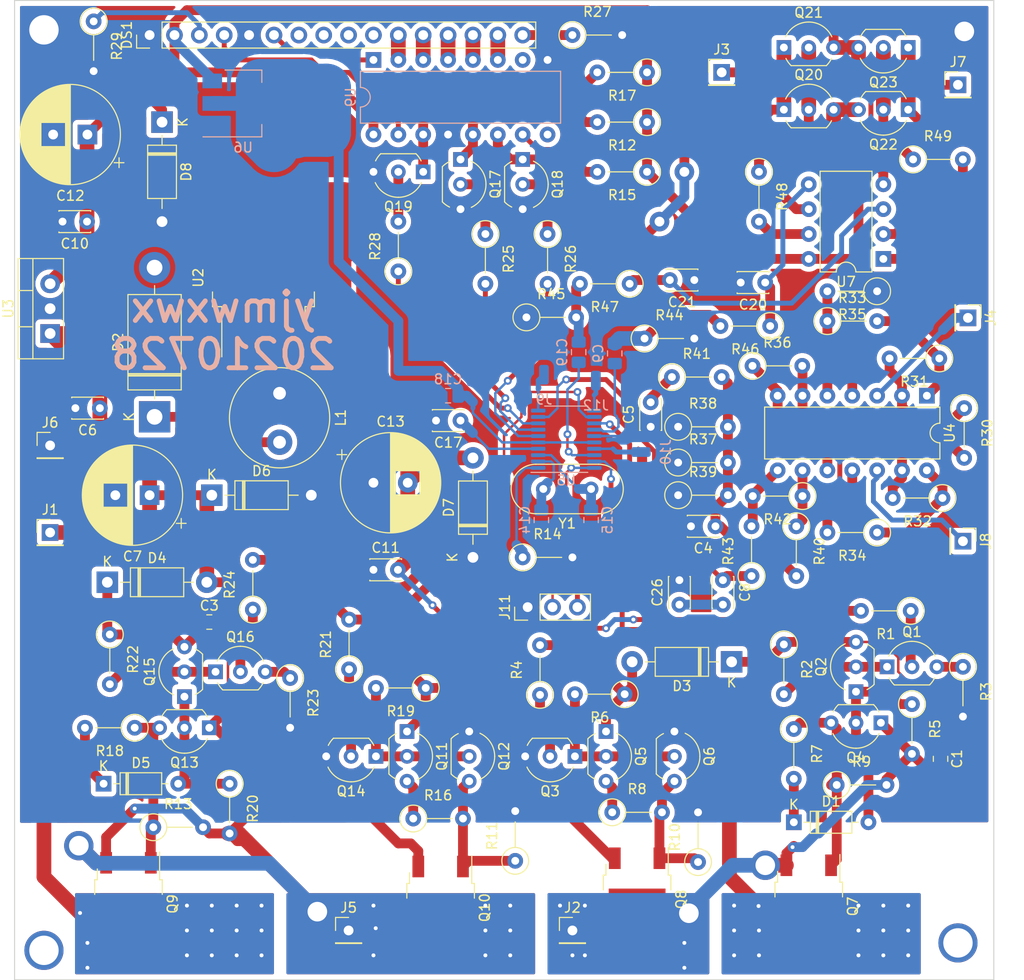
<source format=kicad_pcb>
(kicad_pcb (version 20171130) (host pcbnew 5.1.8-5.1.8)
  (layers (0 F.Cu signal) (31 B.Cu signal) (34 B.Paste user) (35 F.Paste user) (36 B.SilkS user) (37 F.SilkS user) (38 B.Mask user) (39 F.Mask user) (44 Edge.Cuts user))
  (net 0 "")
  (net 1 "Net-(C1-Pad1)")
  (net 2 GND)
  (net 3 "Net-(C3-Pad1)")
  (net 4 "Net-(C4-Pad1)")
  (net 5 /A_3.3V)
  (net 6 +12V)
  (net 7 "Net-(C26-Pad1)")
  (net 8 /PA3_ADC)
  (net 9 /PB1_TIM1_CH3N)
  (net 10 "Net-(C9-Pad1)")
  (net 11 +5V)
  (net 12 -5V)
  (net 13 "Net-(C14-Pad1)")
  (net 14 "Net-(C15-Pad2)")
  (net 15 +3V3)
  (net 16 "Net-(C17-Pad1)")
  (net 17 /PA10_TIM1_CH3)
  (net 18 "Net-(C19-Pad1)")
  (net 19 "Net-(C20-Pad1)")
  (net 20 "Net-(C21-Pad2)")
  (net 21 /chuan_gan_qi_xin_hao+)
  (net 22 /chan_gan_qi_xin_hao-)
  (net 23 "Net-(D1-Pad2)")
  (net 24 "Net-(D1-Pad1)")
  (net 25 "Net-(D2-Pad1)")
  (net 26 "Net-(D5-Pad2)")
  (net 27 "Net-(D5-Pad1)")
  (net 28 "Net-(DS1-Pad16)")
  (net 29 "Net-(DS1-Pad14)")
  (net 30 "Net-(DS1-Pad13)")
  (net 31 "Net-(DS1-Pad12)")
  (net 32 "Net-(DS1-Pad11)")
  (net 33 "Net-(DS1-Pad6)")
  (net 34 "Net-(DS1-Pad4)")
  (net 35 "Net-(DS1-Pad3)")
  (net 36 /dian_ci_bu_chang-)
  (net 37 /dian_ci_bu_chang+)
  (net 38 /DIO)
  (net 39 /CLK)
  (net 40 "Net-(Q1-Pad1)")
  (net 41 "Net-(Q1-Pad3)")
  (net 42 "Net-(Q1-Pad2)")
  (net 43 "Net-(Q3-Pad1)")
  (net 44 "Net-(Q3-Pad2)")
  (net 45 "Net-(Q4-Pad3)")
  (net 46 "Net-(Q5-Pad3)")
  (net 47 "Net-(Q6-Pad3)")
  (net 48 "Net-(Q13-Pad3)")
  (net 49 "Net-(Q10-Pad1)")
  (net 50 "Net-(Q11-Pad3)")
  (net 51 "Net-(Q11-Pad2)")
  (net 52 "Net-(Q14-Pad2)")
  (net 53 "Net-(Q15-Pad2)")
  (net 54 "Net-(Q16-Pad3)")
  (net 55 "Net-(Q16-Pad2)")
  (net 56 "Net-(Q17-Pad1)")
  (net 57 "Net-(Q17-Pad2)")
  (net 58 "Net-(Q18-Pad1)")
  (net 59 "Net-(Q18-Pad2)")
  (net 60 "Net-(Q19-Pad1)")
  (net 61 "Net-(Q19-Pad2)")
  (net 62 "Net-(Q20-Pad2)")
  (net 63 "Net-(Q22-Pad2)")
  (net 64 /PA7_PWM1)
  (net 65 "Net-(R14-Pad1)")
  (net 66 /PA6_PWM)
  (net 67 /PA1_RCLK)
  (net 68 /PA0_SRCLK)
  (net 69 /PA2_SER)
  (net 70 "Net-(R30-Pad2)")
  (net 71 "Net-(R30-Pad1)")
  (net 72 "Net-(R31-Pad1)")
  (net 73 "Net-(R32-Pad1)")
  (net 74 "Net-(R33-Pad1)")
  (net 75 "Net-(R34-Pad2)")
  (net 76 "Net-(R36-Pad1)")
  (net 77 "Net-(R40-Pad1)")
  (net 78 "Net-(R42-Pad2)")
  (net 79 "Net-(R48-Pad2)")
  (net 80 "Net-(R49-Pad2)")
  (net 81 "Net-(DS1-Pad15)")
  (net 82 /A)
  (net 83 /B)
  (net 84 "Net-(J9-Pad1)")
  (net 85 "Net-(J10-Pad1)")
  (net 86 "Net-(J12-Pad1)")
  (module Connector_Wire:SolderWirePad_1x01_SMD_1x2mm (layer B.Cu) (at 133.2 93.7)
    (fp_text reference J12 (at 0 2.54) (layer B.SilkS) (effects (justify mirror)))
    (fp_text value Conn_01x01_Male)
    (pad 1 smd roundrect (at 0 0) (size 1 2) (layers B.Cu B.Paste B.Mask) (net 86 "Net-(J12-Pad1)"))
  )
  (module Connector_Wire:SolderWirePad_1x01_SMD_1x2mm (layer B.Cu) (at 137.8 101 90)
    (fp_text reference J10 (at 0 2.54 90) (layer B.SilkS) (effects (justify mirror)))
    (fp_text value Conn_01x01_Male)
    (pad 1 smd roundrect (at 0 0 90) (size 1 2) (layers B.Cu B.Paste B.Mask) (net 85 "Net-(J10-Pad1)"))
  )
  (module Connector_Wire:SolderWirePad_1x01_SMD_1x2mm (layer B.Cu) (at 127.9 93.1)
    (fp_text reference J9 (at 0 2.54) (layer B.SilkS) (effects (justify mirror)))
    (fp_text value Conn_01x01_Male)
    (pad 1 smd roundrect (at 0 0) (size 1 2) (layers B.Cu B.Paste B.Mask) (net 84 "Net-(J9-Pad1)"))
  )
  (module Connector_PinHeader_2.54mm:PinHeader_1x01_P2.54mm_Vertical (layer F.Cu) (at 170.688 110.109 270)
    (fp_text reference J8 (at 0 -2.33 90) (layer F.SilkS))
    (fp_text value Conn_01x01_Male)
    (pad 1 thru_hole rect (at 0 0 270) (size 1.7 1.7) (drill 1) (layers *.Cu *.Mask) (net 21 /chuan_gan_qi_xin_hao+))
  )
  (module Connector_PinHeader_2.54mm:PinHeader_1x01_P2.54mm_Vertical (layer F.Cu) (at 171.2 87.3 270)
    (fp_text reference J4 (at 0 -2.33 90) (layer F.SilkS))
    (fp_text value Conn_01x01_Male)
    (pad 1 thru_hole rect (at 0 0 270) (size 1.7 1.7) (drill 1) (layers *.Cu *.Mask) (net 22 /chan_gan_qi_xin_hao-))
  )
  (module Connector_PinHeader_2.54mm:PinHeader_1x16_P2.54mm_Vertical (layer F.Cu) (at 87.63 58.42 90)
    (fp_text reference DS1 (at 0 -2.33 90) (layer F.SilkS))
    (fp_text value WC1602A)
    (pad 16 thru_hole oval (at 0 38.1 90) (size 1.7 1.7) (drill 1) (layers *.Cu *.Mask) (net 28 "Net-(DS1-Pad16)"))
    (pad 15 thru_hole oval (at 0 35.56 90) (size 1.7 1.7) (drill 1) (layers *.Cu *.Mask) (net 81 "Net-(DS1-Pad15)"))
    (pad 14 thru_hole oval (at 0 33.02 90) (size 1.7 1.7) (drill 1) (layers *.Cu *.Mask) (net 29 "Net-(DS1-Pad14)"))
    (pad 13 thru_hole oval (at 0 30.48 90) (size 1.7 1.7) (drill 1) (layers *.Cu *.Mask) (net 30 "Net-(DS1-Pad13)"))
    (pad 12 thru_hole oval (at 0 27.94 90) (size 1.7 1.7) (drill 1) (layers *.Cu *.Mask) (net 31 "Net-(DS1-Pad12)"))
    (pad 11 thru_hole oval (at 0 25.4 90) (size 1.7 1.7) (drill 1) (layers *.Cu *.Mask) (net 32 "Net-(DS1-Pad11)"))
    (pad 10 thru_hole oval (at 0 22.86 90) (size 1.7 1.7) (drill 1) (layers *.Cu *.Mask))
    (pad 9 thru_hole oval (at 0 20.32 90) (size 1.7 1.7) (drill 1) (layers *.Cu *.Mask))
    (pad 8 thru_hole oval (at 0 17.78 90) (size 1.7 1.7) (drill 1) (layers *.Cu *.Mask))
    (pad 7 thru_hole oval (at 0 15.24 90) (size 1.7 1.7) (drill 1) (layers *.Cu *.Mask))
    (pad 6 thru_hole oval (at 0 12.7 90) (size 1.7 1.7) (drill 1) (layers *.Cu *.Mask) (net 33 "Net-(DS1-Pad6)"))
    (pad 5 thru_hole oval (at 0 10.16 90) (size 1.7 1.7) (drill 1) (layers *.Cu *.Mask) (net 2 GND))
    (pad 4 thru_hole oval (at 0 7.62 90) (size 1.7 1.7) (drill 1) (layers *.Cu *.Mask) (net 34 "Net-(DS1-Pad4)"))
    (pad 3 thru_hole oval (at 0 5.08 90) (size 1.7 1.7) (drill 1) (layers *.Cu *.Mask) (net 35 "Net-(DS1-Pad3)"))
    (pad 2 thru_hole oval (at 0 2.54 90) (size 1.7 1.7) (drill 1) (layers *.Cu *.Mask) (net 11 +5V))
    (pad 1 thru_hole rect (at 0 0 90) (size 1.7 1.7) (drill 1) (layers *.Cu *.Mask) (net 2 GND))
  )
  (module Connector_PinHeader_2.54mm:PinHeader_1x01_P2.54mm_Vertical (layer F.Cu) (at 170.18 63.5)
    (fp_text reference J7 (at 0 -2.33) (layer F.SilkS))
    (fp_text value Conn_01x01_Male)
    (pad 1 thru_hole rect (at 0 0) (size 1.7 1.7) (drill 1) (layers *.Cu *.Mask) (net 37 /dian_ci_bu_chang+))
  )
  (module Connector_PinHeader_2.54mm:PinHeader_1x01_P2.54mm_Vertical (layer F.Cu) (at 146.05 62.23)
    (fp_text reference J3 (at 0 -2.33) (layer F.SilkS))
    (fp_text value Conn_01x01_Male)
    (pad 1 thru_hole rect (at 0 0) (size 1.7 1.7) (drill 1) (layers *.Cu *.Mask) (net 36 /dian_ci_bu_chang-))
  )
  (module Connector_PinHeader_2.54mm:PinHeader_1x01_P2.54mm_Vertical (layer F.Cu) (at 77.47 100.33)
    (fp_text reference J6 (at 0 -2.33) (layer F.SilkS))
    (fp_text value GND)
    (pad 1 thru_hole rect (at 0 0) (size 1.7 1.7) (drill 1) (layers *.Cu *.Mask) (net 2 GND))
  )
  (module Diode_THT:D_DO-41_SOD81_P10.16mm_Horizontal (layer F.Cu) (at 88.9 67.31 270)
    (fp_text reference D8 (at 5.08 -2.47 90) (layer F.SilkS))
    (fp_text value 1N4007)
    (fp_text user K (at 0 -2.1 90) (layer F.SilkS))
    (pad 2 thru_hole oval (at 10.16 0 270) (size 2.2 2.2) (drill 1.1) (layers *.Cu *.Mask) (net 2 GND))
    (pad 1 thru_hole rect (at 0 0 270) (size 2.2 2.2) (drill 1.1) (layers *.Cu *.Mask) (net 11 +5V))
  )
  (module Diode_THT:D_DO-41_SOD81_P10.16mm_Horizontal (layer F.Cu) (at 120.65 111.76 90)
    (fp_text reference D7 (at 5.08 -2.47 90) (layer F.SilkS))
    (fp_text value 1N4007)
    (fp_text user K (at 0 -2.1 90) (layer F.SilkS))
    (pad 2 thru_hole oval (at 10.16 0 90) (size 2.2 2.2) (drill 1.1) (layers *.Cu *.Mask) (net 12 -5V))
    (pad 1 thru_hole rect (at 0 0 90) (size 2.2 2.2) (drill 1.1) (layers *.Cu *.Mask) (net 2 GND))
  )
  (module Diode_THT:D_DO-41_SOD81_P10.16mm_Horizontal (layer F.Cu) (at 93.98 105.41)
    (fp_text reference D6 (at 5.08 -2.47) (layer F.SilkS))
    (fp_text value 1N4007)
    (fp_text user K (at 0 -2.1) (layer F.SilkS))
    (pad 2 thru_hole oval (at 10.16 0) (size 2.2 2.2) (drill 1.1) (layers *.Cu *.Mask) (net 2 GND))
    (pad 1 thru_hole rect (at 0 0) (size 2.2 2.2) (drill 1.1) (layers *.Cu *.Mask) (net 6 +12V))
  )
  (module Connector_PinHeader_2.54mm:PinHeader_1x01_P2.54mm_Vertical (layer F.Cu) (at 107.95 149.86)
    (fp_text reference J5 (at 0 -2.33) (layer F.SilkS))
    (fp_text value Conn_01x01_Male)
    (pad 1 thru_hole rect (at 0 0) (size 1.7 1.7) (drill 1) (layers *.Cu *.Mask) (net 83 /B))
  )
  (module Connector_PinHeader_2.54mm:PinHeader_1x01_P2.54mm_Vertical (layer F.Cu) (at 130.81 149.86)
    (fp_text reference J2 (at 0 -2.33) (layer F.SilkS))
    (fp_text value Conn_01x01_Male)
    (pad 1 thru_hole rect (at 0 0) (size 1.7 1.7) (drill 1) (layers *.Cu *.Mask) (net 82 /A))
  )
  (module Resistor_THT:R_Axial_DIN0207_L6.3mm_D2.5mm_P5.08mm_Vertical (layer F.Cu) (at 165.6 71.12)
    (fp_text reference R49 (at 2.54 -2.37) (layer F.SilkS))
    (fp_text value 1K)
    (pad 2 thru_hole oval (at 5.08 0) (size 1.6 1.6) (drill 0.8) (layers *.Cu *.Mask) (net 80 "Net-(R49-Pad2)"))
    (pad 1 thru_hole circle (at 0 0) (size 1.6 1.6) (drill 0.8) (layers *.Cu *.Mask) (net 63 "Net-(Q22-Pad2)"))
  )
  (module Resistor_THT:R_Axial_DIN0207_L6.3mm_D2.5mm_P5.08mm_Vertical (layer F.Cu) (at 149.86 72.39 270)
    (fp_text reference R48 (at 2.54 -2.37 90) (layer F.SilkS))
    (fp_text value 1K)
    (pad 2 thru_hole oval (at 5.08 0 270) (size 1.6 1.6) (drill 0.8) (layers *.Cu *.Mask) (net 79 "Net-(R48-Pad2)"))
    (pad 1 thru_hole circle (at 0 0 270) (size 1.6 1.6) (drill 0.8) (layers *.Cu *.Mask) (net 62 "Net-(Q20-Pad2)"))
  )
  (module Resistor_THT:R_Axial_DIN0207_L6.3mm_D2.5mm_P5.08mm_Vertical (layer F.Cu) (at 136.652 83.82 180)
    (fp_text reference R47 (at 2.54 -2.37) (layer F.SilkS))
    (fp_text value 1K)
    (pad 2 thru_hole oval (at 5.08 0 180) (size 1.6 1.6) (drill 0.8) (layers *.Cu *.Mask) (net 18 "Net-(C19-Pad1)"))
    (pad 1 thru_hole circle (at 0 0 180) (size 1.6 1.6) (drill 0.8) (layers *.Cu *.Mask) (net 20 "Net-(C21-Pad2)"))
  )
  (module Resistor_THT:R_Axial_DIN0207_L6.3mm_D2.5mm_P5.08mm_Vertical (layer F.Cu) (at 151.003 88.138 180)
    (fp_text reference R46 (at 2.54 -2.37) (layer F.SilkS))
    (fp_text value 1K)
    (pad 2 thru_hole oval (at 5.08 0 180) (size 1.6 1.6) (drill 0.8) (layers *.Cu *.Mask) (net 10 "Net-(C9-Pad1)"))
    (pad 1 thru_hole circle (at 0 0 180) (size 1.6 1.6) (drill 0.8) (layers *.Cu *.Mask) (net 19 "Net-(C20-Pad1)"))
  )
  (module Resistor_THT:R_Axial_DIN0207_L6.3mm_D2.5mm_P5.08mm_Vertical (layer F.Cu) (at 126.111 87.249)
    (fp_text reference R45 (at 2.54 -2.37) (layer F.SilkS))
    (fp_text value 100K)
    (pad 2 thru_hole oval (at 5.08 0) (size 1.6 1.6) (drill 0.8) (layers *.Cu *.Mask) (net 18 "Net-(C19-Pad1)"))
    (pad 1 thru_hole circle (at 0 0) (size 1.6 1.6) (drill 0.8) (layers *.Cu *.Mask) (net 2 GND))
  )
  (module Resistor_THT:R_Axial_DIN0207_L6.3mm_D2.5mm_P5.08mm_Vertical (layer F.Cu) (at 138.176 89.408)
    (fp_text reference R44 (at 2.54 -2.37) (layer F.SilkS))
    (fp_text value 100K)
    (pad 2 thru_hole oval (at 5.08 0) (size 1.6 1.6) (drill 0.8) (layers *.Cu *.Mask) (net 2 GND))
    (pad 1 thru_hole circle (at 0 0) (size 1.6 1.6) (drill 0.8) (layers *.Cu *.Mask) (net 10 "Net-(C9-Pad1)"))
  )
  (module Resistor_THT:R_Axial_DIN0207_L6.3mm_D2.5mm_P5.08mm_Vertical (layer F.Cu) (at 149.098 113.665 90)
    (fp_text reference R43 (at 2.54 -2.37 90) (layer F.SilkS))
    (fp_text value 100)
    (pad 2 thru_hole oval (at 5.08 0 90) (size 1.6 1.6) (drill 0.8) (layers *.Cu *.Mask) (net 78 "Net-(R42-Pad2)"))
    (pad 1 thru_hole circle (at 0 0 90) (size 1.6 1.6) (drill 0.8) (layers *.Cu *.Mask) (net 8 /PA3_ADC))
  )
  (module Resistor_THT:R_Axial_DIN0207_L6.3mm_D2.5mm_P5.08mm_Vertical (layer F.Cu) (at 154.305 105.5 180)
    (fp_text reference R42 (at 2.54 -2.37) (layer F.SilkS))
    (fp_text value 20K)
    (pad 2 thru_hole oval (at 5.08 0 180) (size 1.6 1.6) (drill 0.8) (layers *.Cu *.Mask) (net 78 "Net-(R42-Pad2)"))
    (pad 1 thru_hole circle (at 0 0 180) (size 1.6 1.6) (drill 0.8) (layers *.Cu *.Mask) (net 77 "Net-(R40-Pad1)"))
  )
  (module Resistor_THT:R_Axial_DIN0207_L6.3mm_D2.5mm_P5.08mm_Vertical (layer F.Cu) (at 140.97 93.345)
    (fp_text reference R41 (at 2.54 -2.37) (layer F.SilkS))
    (fp_text value 20K)
    (pad 2 thru_hole oval (at 5.08 0) (size 1.6 1.6) (drill 0.8) (layers *.Cu *.Mask) (net 4 "Net-(C4-Pad1)"))
    (pad 1 thru_hole circle (at 0 0) (size 1.6 1.6) (drill 0.8) (layers *.Cu *.Mask) (net 5 /A_3.3V))
  )
  (module Resistor_THT:R_Axial_DIN0207_L6.3mm_D2.5mm_P5.08mm_Vertical (layer F.Cu) (at 153.67 108.585 270)
    (fp_text reference R40 (at 2.54 -2.37 90) (layer F.SilkS))
    (fp_text value 20K)
    (pad 2 thru_hole oval (at 5.08 0 270) (size 1.6 1.6) (drill 0.8) (layers *.Cu *.Mask) (net 4 "Net-(C4-Pad1)"))
    (pad 1 thru_hole circle (at 0 0 270) (size 1.6 1.6) (drill 0.8) (layers *.Cu *.Mask) (net 77 "Net-(R40-Pad1)"))
  )
  (module Resistor_THT:R_Axial_DIN0207_L6.3mm_D2.5mm_P5.08mm_Vertical (layer F.Cu) (at 141.605 105.41)
    (fp_text reference R39 (at 2.54 -2.37) (layer F.SilkS))
    (fp_text value 20K)
    (pad 2 thru_hole oval (at 5.08 0) (size 1.6 1.6) (drill 0.8) (layers *.Cu *.Mask) (net 4 "Net-(C4-Pad1)"))
    (pad 1 thru_hole circle (at 0 0) (size 1.6 1.6) (drill 0.8) (layers *.Cu *.Mask) (net 2 GND))
  )
  (module Resistor_THT:R_Axial_DIN0207_L6.3mm_D2.5mm_P5.08mm_Vertical (layer F.Cu) (at 141.605 98.425)
    (fp_text reference R38 (at 2.54 -2.37) (layer F.SilkS))
    (fp_text value 20K)
    (pad 2 thru_hole oval (at 5.08 0) (size 1.6 1.6) (drill 0.8) (layers *.Cu *.Mask) (net 4 "Net-(C4-Pad1)"))
    (pad 1 thru_hole circle (at 0 0) (size 1.6 1.6) (drill 0.8) (layers *.Cu *.Mask) (net 2 GND))
  )
  (module Resistor_THT:R_Axial_DIN0207_L6.3mm_D2.5mm_P5.08mm_Vertical (layer F.Cu) (at 141.60568 102.07726)
    (fp_text reference R37 (at 2.54 -2.37) (layer F.SilkS))
    (fp_text value 20K)
    (pad 2 thru_hole oval (at 5.08 0) (size 1.6 1.6) (drill 0.8) (layers *.Cu *.Mask) (net 4 "Net-(C4-Pad1)"))
    (pad 1 thru_hole circle (at 0 0) (size 1.6 1.6) (drill 0.8) (layers *.Cu *.Mask) (net 2 GND))
  )
  (module Resistor_THT:R_Axial_DIN0207_L6.3mm_D2.5mm_P5.08mm_Vertical (layer F.Cu) (at 149.2 92.2)
    (fp_text reference R36 (at 2.54 -2.37) (layer F.SilkS))
    (fp_text value 20K)
    (pad 2 thru_hole oval (at 5.08 0) (size 1.6 1.6) (drill 0.8) (layers *.Cu *.Mask) (net 75 "Net-(R34-Pad2)"))
    (pad 1 thru_hole circle (at 0 0) (size 1.6 1.6) (drill 0.8) (layers *.Cu *.Mask) (net 76 "Net-(R36-Pad1)"))
  )
  (module Resistor_THT:R_Axial_DIN0207_L6.3mm_D2.5mm_P5.08mm_Vertical (layer F.Cu) (at 161.925 84.582 180)
    (fp_text reference R35 (at 2.54 -2.37) (layer F.SilkS))
    (fp_text value 20K)
    (pad 2 thru_hole oval (at 5.08 0 180) (size 1.6 1.6) (drill 0.8) (layers *.Cu *.Mask) (net 74 "Net-(R33-Pad1)"))
    (pad 1 thru_hole circle (at 0 0 180) (size 1.6 1.6) (drill 0.8) (layers *.Cu *.Mask) (net 2 GND))
  )
  (module Resistor_THT:R_Axial_DIN0207_L6.3mm_D2.5mm_P5.08mm_Vertical (layer F.Cu) (at 161.925 109.22 180)
    (fp_text reference R34 (at 2.54 -2.37) (layer F.SilkS))
    (fp_text value 20K)
    (pad 2 thru_hole oval (at 5.08 0 180) (size 1.6 1.6) (drill 0.8) (layers *.Cu *.Mask) (net 75 "Net-(R34-Pad2)"))
    (pad 1 thru_hole circle (at 0 0 180) (size 1.6 1.6) (drill 0.8) (layers *.Cu *.Mask) (net 73 "Net-(R32-Pad1)"))
  )
  (module Resistor_THT:R_Axial_DIN0207_L6.3mm_D2.5mm_P5.08mm_Vertical (layer F.Cu) (at 156.845 87.63)
    (fp_text reference R33 (at 2.54 -2.37) (layer F.SilkS))
    (fp_text value 20K)
    (pad 2 thru_hole oval (at 5.08 0) (size 1.6 1.6) (drill 0.8) (layers *.Cu *.Mask) (net 72 "Net-(R31-Pad1)"))
    (pad 1 thru_hole circle (at 0 0) (size 1.6 1.6) (drill 0.8) (layers *.Cu *.Mask) (net 74 "Net-(R33-Pad1)"))
  )
  (module Resistor_THT:R_Axial_DIN0207_L6.3mm_D2.5mm_P5.08mm_Vertical (layer F.Cu) (at 168.6 105.7 180)
    (fp_text reference R32 (at 2.54 -2.37) (layer F.SilkS))
    (fp_text value 20K)
    (pad 2 thru_hole oval (at 5.08 0 180) (size 1.6 1.6) (drill 0.8) (layers *.Cu *.Mask) (net 70 "Net-(R30-Pad2)"))
    (pad 1 thru_hole circle (at 0 0 180) (size 1.6 1.6) (drill 0.8) (layers *.Cu *.Mask) (net 73 "Net-(R32-Pad1)"))
  )
  (module Resistor_THT:R_Axial_DIN0207_L6.3mm_D2.5mm_P5.08mm_Vertical (layer F.Cu) (at 168.275 91.44 180)
    (fp_text reference R31 (at 2.54 -2.37) (layer F.SilkS))
    (fp_text value 20K)
    (pad 2 thru_hole oval (at 5.08 0 180) (size 1.6 1.6) (drill 0.8) (layers *.Cu *.Mask) (net 71 "Net-(R30-Pad1)"))
    (pad 1 thru_hole circle (at 0 0 180) (size 1.6 1.6) (drill 0.8) (layers *.Cu *.Mask) (net 72 "Net-(R31-Pad1)"))
  )
  (module Resistor_THT:R_Axial_DIN0207_L6.3mm_D2.5mm_P5.08mm_Vertical (layer F.Cu) (at 170.815 96.52 270)
    (fp_text reference R30 (at 2.54 -2.37 90) (layer F.SilkS))
    (fp_text value 5K)
    (pad 2 thru_hole oval (at 5.08 0 270) (size 1.6 1.6) (drill 0.8) (layers *.Cu *.Mask) (net 70 "Net-(R30-Pad2)"))
    (pad 1 thru_hole circle (at 0 0 270) (size 1.6 1.6) (drill 0.8) (layers *.Cu *.Mask) (net 71 "Net-(R30-Pad1)"))
  )
  (module Resistor_THT:R_Axial_DIN0207_L6.3mm_D2.5mm_P5.08mm_Vertical (layer F.Cu) (at 81.915 57.023 270)
    (fp_text reference R29 (at 2.54 -2.37 90) (layer F.SilkS))
    (fp_text value 1.5K)
    (pad 2 thru_hole oval (at 5.08 0 270) (size 1.6 1.6) (drill 0.8) (layers *.Cu *.Mask) (net 2 GND))
    (pad 1 thru_hole circle (at 0 0 270) (size 1.6 1.6) (drill 0.8) (layers *.Cu *.Mask) (net 35 "Net-(DS1-Pad3)"))
  )
  (module Resistor_THT:R_Axial_DIN0207_L6.3mm_D2.5mm_P5.08mm_Vertical (layer F.Cu) (at 113.03 82.55 90)
    (fp_text reference R28 (at 2.54 -2.37 90) (layer F.SilkS))
    (fp_text value 1K)
    (pad 2 thru_hole oval (at 5.08 0 90) (size 1.6 1.6) (drill 0.8) (layers *.Cu *.Mask) (net 61 "Net-(Q19-Pad2)"))
    (pad 1 thru_hole circle (at 0 0 90) (size 1.6 1.6) (drill 0.8) (layers *.Cu *.Mask) (net 69 /PA2_SER))
  )
  (module Resistor_THT:R_Axial_DIN0207_L6.3mm_D2.5mm_P5.08mm_Vertical (layer F.Cu) (at 130.81 58.42)
    (fp_text reference R27 (at 2.54 -2.37) (layer F.SilkS))
    (fp_text value 1K)
    (pad 2 thru_hole oval (at 5.08 0) (size 1.6 1.6) (drill 0.8) (layers *.Cu *.Mask) (net 2 GND))
    (pad 1 thru_hole circle (at 0 0) (size 1.6 1.6) (drill 0.8) (layers *.Cu *.Mask) (net 28 "Net-(DS1-Pad16)"))
  )
  (module Resistor_THT:R_Axial_DIN0207_L6.3mm_D2.5mm_P5.08mm_Vertical (layer F.Cu) (at 128.27 78.74 270)
    (fp_text reference R26 (at 2.54 -2.37 90) (layer F.SilkS))
    (fp_text value 1K)
    (pad 2 thru_hole oval (at 5.08 0 270) (size 1.6 1.6) (drill 0.8) (layers *.Cu *.Mask) (net 68 /PA0_SRCLK))
    (pad 1 thru_hole circle (at 0 0 270) (size 1.6 1.6) (drill 0.8) (layers *.Cu *.Mask) (net 59 "Net-(Q18-Pad2)"))
  )
  (module Resistor_THT:R_Axial_DIN0207_L6.3mm_D2.5mm_P5.08mm_Vertical (layer F.Cu) (at 121.92 78.74 270)
    (fp_text reference R25 (at 2.54 -2.37 90) (layer F.SilkS))
    (fp_text value 1K)
    (pad 2 thru_hole oval (at 5.08 0 270) (size 1.6 1.6) (drill 0.8) (layers *.Cu *.Mask) (net 67 /PA1_RCLK))
    (pad 1 thru_hole circle (at 0 0 270) (size 1.6 1.6) (drill 0.8) (layers *.Cu *.Mask) (net 57 "Net-(Q17-Pad2)"))
  )
  (module Resistor_THT:R_Axial_DIN0207_L6.3mm_D2.5mm_P5.08mm_Vertical (layer F.Cu) (at 98.171 117.094 90)
    (fp_text reference R24 (at 2.54 -2.37 90) (layer F.SilkS))
    (fp_text value 1K)
    (pad 2 thru_hole oval (at 5.08 0 90) (size 1.6 1.6) (drill 0.8) (layers *.Cu *.Mask) (net 66 /PA6_PWM))
    (pad 1 thru_hole circle (at 0 0 90) (size 1.6 1.6) (drill 0.8) (layers *.Cu *.Mask) (net 55 "Net-(Q16-Pad2)"))
  )
  (module Resistor_THT:R_Axial_DIN0207_L6.3mm_D2.5mm_P5.08mm_Vertical (layer F.Cu) (at 101.981 124.079 270)
    (fp_text reference R23 (at 2.54 -2.37 90) (layer F.SilkS))
    (fp_text value 1K)
    (pad 2 thru_hole oval (at 5.08 0 270) (size 1.6 1.6) (drill 0.8) (layers *.Cu *.Mask) (net 2 GND))
    (pad 1 thru_hole circle (at 0 0 270) (size 1.6 1.6) (drill 0.8) (layers *.Cu *.Mask) (net 54 "Net-(Q16-Pad3)"))
  )
  (module Resistor_THT:R_Axial_DIN0207_L6.3mm_D2.5mm_P5.08mm_Vertical (layer F.Cu) (at 83.566 119.634 270)
    (fp_text reference R22 (at 2.54 -2.37 90) (layer F.SilkS))
    (fp_text value 1K)
    (pad 2 thru_hole oval (at 5.08 0 270) (size 1.6 1.6) (drill 0.8) (layers *.Cu *.Mask) (net 53 "Net-(Q15-Pad2)"))
    (pad 1 thru_hole circle (at 0 0 270) (size 1.6 1.6) (drill 0.8) (layers *.Cu *.Mask) (net 3 "Net-(C3-Pad1)"))
  )
  (module Resistor_THT:R_Axial_DIN0207_L6.3mm_D2.5mm_P5.08mm_Vertical (layer F.Cu) (at 108 123.19 90)
    (fp_text reference R21 (at 2.54 -2.37 90) (layer F.SilkS))
    (fp_text value 1K)
    (pad 2 thru_hole oval (at 5.08 0 90) (size 1.6 1.6) (drill 0.8) (layers *.Cu *.Mask) (net 66 /PA6_PWM))
    (pad 1 thru_hole circle (at 0 0 90) (size 1.6 1.6) (drill 0.8) (layers *.Cu *.Mask) (net 52 "Net-(Q14-Pad2)"))
  )
  (module Resistor_THT:R_Axial_DIN0207_L6.3mm_D2.5mm_P5.08mm_Vertical (layer F.Cu) (at 95.8 134.874 270)
    (fp_text reference R20 (at 2.54 -2.37 90) (layer F.SilkS))
    (fp_text value 1K)
    (pad 2 thru_hole oval (at 5.08 0 270) (size 1.6 1.6) (drill 0.8) (layers *.Cu *.Mask) (net 83 /B))
    (pad 1 thru_hole circle (at 0 0 270) (size 1.6 1.6) (drill 0.8) (layers *.Cu *.Mask) (net 26 "Net-(D5-Pad2)"))
  )
  (module Resistor_THT:R_Axial_DIN0207_L6.3mm_D2.5mm_P5.08mm_Vertical (layer F.Cu) (at 115.824 125.095 180)
    (fp_text reference R19 (at 2.54 -2.37) (layer F.SilkS))
    (fp_text value 1K)
    (pad 2 thru_hole oval (at 5.08 0 180) (size 1.6 1.6) (drill 0.8) (layers *.Cu *.Mask) (net 51 "Net-(Q11-Pad2)"))
    (pad 1 thru_hole circle (at 0 0 180) (size 1.6 1.6) (drill 0.8) (layers *.Cu *.Mask) (net 6 +12V))
  )
  (module Resistor_THT:R_Axial_DIN0207_L6.3mm_D2.5mm_P5.08mm_Vertical (layer F.Cu) (at 86.106 129.159 180)
    (fp_text reference R18 (at 2.54 -2.37) (layer F.SilkS))
    (fp_text value 100)
    (pad 2 thru_hole oval (at 5.08 0 180) (size 1.6 1.6) (drill 0.8) (layers *.Cu *.Mask) (net 27 "Net-(D5-Pad1)"))
    (pad 1 thru_hole circle (at 0 0 180) (size 1.6 1.6) (drill 0.8) (layers *.Cu *.Mask) (net 48 "Net-(Q13-Pad3)"))
  )
  (module Resistor_THT:R_Axial_DIN0207_L6.3mm_D2.5mm_P5.08mm_Vertical (layer F.Cu) (at 138.43 62.23 180)
    (fp_text reference R17 (at 2.54 -2.37) (layer F.SilkS))
    (fp_text value 1K)
    (pad 2 thru_hole oval (at 5.08 0 180) (size 1.6 1.6) (drill 0.8) (layers *.Cu *.Mask) (net 60 "Net-(Q19-Pad1)"))
    (pad 1 thru_hole circle (at 0 0 180) (size 1.6 1.6) (drill 0.8) (layers *.Cu *.Mask) (net 11 +5V))
  )
  (module Resistor_THT:R_Axial_DIN0207_L6.3mm_D2.5mm_P5.08mm_Vertical (layer F.Cu) (at 114.554 138.43)
    (fp_text reference R16 (at 2.54 -2.37) (layer F.SilkS))
    (fp_text value 100)
    (pad 2 thru_hole oval (at 5.08 0) (size 1.6 1.6) (drill 0.8) (layers *.Cu *.Mask) (net 49 "Net-(Q10-Pad1)"))
    (pad 1 thru_hole circle (at 0 0) (size 1.6 1.6) (drill 0.8) (layers *.Cu *.Mask) (net 50 "Net-(Q11-Pad3)"))
  )
  (module Resistor_THT:R_Axial_DIN0207_L6.3mm_D2.5mm_P5.08mm_Vertical (layer F.Cu) (at 138.43 72.39 180)
    (fp_text reference R15 (at 2.54 -2.37) (layer F.SilkS))
    (fp_text value 1K)
    (pad 2 thru_hole oval (at 5.08 0 180) (size 1.6 1.6) (drill 0.8) (layers *.Cu *.Mask) (net 58 "Net-(Q18-Pad1)"))
    (pad 1 thru_hole circle (at 0 0 180) (size 1.6 1.6) (drill 0.8) (layers *.Cu *.Mask) (net 11 +5V))
  )
  (module Resistor_THT:R_Axial_DIN0207_L6.3mm_D2.5mm_P5.08mm_Vertical (layer F.Cu) (at 125.73 111.76)
    (fp_text reference R14 (at 2.54 -2.37) (layer F.SilkS))
    (fp_text value 10K)
    (pad 2 thru_hole oval (at 5.08 0) (size 1.6 1.6) (drill 0.8) (layers *.Cu *.Mask) (net 2 GND))
    (pad 1 thru_hole circle (at 0 0) (size 1.6 1.6) (drill 0.8) (layers *.Cu *.Mask) (net 65 "Net-(R14-Pad1)"))
  )
  (module Resistor_THT:R_Axial_DIN0207_L6.3mm_D2.5mm_P5.08mm_Vertical (layer F.Cu) (at 88.011 139.319)
    (fp_text reference R13 (at 2.54 -2.37) (layer F.SilkS))
    (fp_text value 1K)
    (pad 2 thru_hole oval (at 5.08 0) (size 1.6 1.6) (drill 0.8) (layers *.Cu *.Mask) (net 83 /B))
    (pad 1 thru_hole circle (at 0 0) (size 1.6 1.6) (drill 0.8) (layers *.Cu *.Mask) (net 48 "Net-(Q13-Pad3)"))
  )
  (module Resistor_THT:R_Axial_DIN0207_L6.3mm_D2.5mm_P5.08mm_Vertical (layer F.Cu) (at 138.43 67.31 180)
    (fp_text reference R12 (at 2.54 -2.37) (layer F.SilkS))
    (fp_text value 1K)
    (pad 2 thru_hole oval (at 5.08 0 180) (size 1.6 1.6) (drill 0.8) (layers *.Cu *.Mask) (net 56 "Net-(Q17-Pad1)"))
    (pad 1 thru_hole circle (at 0 0 180) (size 1.6 1.6) (drill 0.8) (layers *.Cu *.Mask) (net 11 +5V))
  )
  (module Resistor_THT:R_Axial_DIN0207_L6.3mm_D2.5mm_P5.08mm_Vertical (layer F.Cu) (at 124.968 142.748 90)
    (fp_text reference R11 (at 2.54 -2.37 90) (layer F.SilkS))
    (fp_text value 1K)
    (pad 2 thru_hole oval (at 5.08 0 90) (size 1.6 1.6) (drill 0.8) (layers *.Cu *.Mask) (net 2 GND))
    (pad 1 thru_hole circle (at 0 0 90) (size 1.6 1.6) (drill 0.8) (layers *.Cu *.Mask) (net 49 "Net-(Q10-Pad1)"))
  )
  (module Resistor_THT:R_Axial_DIN0207_L6.3mm_D2.5mm_P5.08mm_Vertical (layer F.Cu) (at 143.637 142.875 90)
    (fp_text reference R10 (at 2.54 -2.37 90) (layer F.SilkS))
    (fp_text value 1K)
    (pad 2 thru_hole oval (at 5.08 0 90) (size 1.6 1.6) (drill 0.8) (layers *.Cu *.Mask) (net 2 GND))
    (pad 1 thru_hole circle (at 0 0 90) (size 1.6 1.6) (drill 0.8) (layers *.Cu *.Mask) (net 47 "Net-(Q6-Pad3)"))
  )
  (module Resistor_THT:R_Axial_DIN0207_L6.3mm_D2.5mm_P5.08mm_Vertical (layer F.Cu) (at 157.8 135)
    (fp_text reference R9 (at 2.54 -2.37) (layer F.SilkS))
    (fp_text value 1K)
    (pad 2 thru_hole oval (at 5.08 0) (size 1.6 1.6) (drill 0.8) (layers *.Cu *.Mask) (net 82 /A))
    (pad 1 thru_hole circle (at 0 0) (size 1.6 1.6) (drill 0.8) (layers *.Cu *.Mask) (net 45 "Net-(Q4-Pad3)"))
  )
  (module Resistor_THT:R_Axial_DIN0207_L6.3mm_D2.5mm_P5.08mm_Vertical (layer F.Cu) (at 134.874 137.795)
    (fp_text reference R8 (at 2.54 -2.37) (layer F.SilkS))
    (fp_text value 100)
    (pad 2 thru_hole oval (at 5.08 0) (size 1.6 1.6) (drill 0.8) (layers *.Cu *.Mask) (net 47 "Net-(Q6-Pad3)"))
    (pad 1 thru_hole circle (at 0 0) (size 1.6 1.6) (drill 0.8) (layers *.Cu *.Mask) (net 46 "Net-(Q5-Pad3)"))
  )
  (module Resistor_THT:R_Axial_DIN0207_L6.3mm_D2.5mm_P5.08mm_Vertical (layer F.Cu) (at 153.416 129.286 270)
    (fp_text reference R7 (at 2.54 -2.37 90) (layer F.SilkS))
    (fp_text value 100)
    (pad 2 thru_hole oval (at 5.08 0 270) (size 1.6 1.6) (drill 0.8) (layers *.Cu *.Mask) (net 24 "Net-(D1-Pad1)"))
    (pad 1 thru_hole circle (at 0 0 270) (size 1.6 1.6) (drill 0.8) (layers *.Cu *.Mask) (net 45 "Net-(Q4-Pad3)"))
  )
  (module Resistor_THT:R_Axial_DIN0207_L6.3mm_D2.5mm_P5.08mm_Vertical (layer F.Cu) (at 136.144 125.73 180)
    (fp_text reference R6 (at 2.54 -2.37) (layer F.SilkS))
    (fp_text value 1K)
    (pad 2 thru_hole oval (at 5.08 0 180) (size 1.6 1.6) (drill 0.8) (layers *.Cu *.Mask) (net 43 "Net-(Q3-Pad1)"))
    (pad 1 thru_hole circle (at 0 0 180) (size 1.6 1.6) (drill 0.8) (layers *.Cu *.Mask) (net 6 +12V))
  )
  (module Resistor_THT:R_Axial_DIN0207_L6.3mm_D2.5mm_P5.08mm_Vertical (layer F.Cu) (at 165.481 126.746 270)
    (fp_text reference R5 (at 2.54 -2.37 90) (layer F.SilkS))
    (fp_text value 1K)
    (pad 2 thru_hole oval (at 5.08 0 270) (size 1.6 1.6) (drill 0.8) (layers *.Cu *.Mask) (net 82 /A))
    (pad 1 thru_hole circle (at 0 0 270) (size 1.6 1.6) (drill 0.8) (layers *.Cu *.Mask) (net 23 "Net-(D1-Pad2)"))
  )
  (module Resistor_THT:R_Axial_DIN0207_L6.3mm_D2.5mm_P5.08mm_Vertical (layer F.Cu) (at 127.5 125.8 90)
    (fp_text reference R4 (at 2.54 -2.37 90) (layer F.SilkS))
    (fp_text value 1K)
    (pad 2 thru_hole oval (at 5.08 0 90) (size 1.6 1.6) (drill 0.8) (layers *.Cu *.Mask) (net 64 /PA7_PWM1))
    (pad 1 thru_hole circle (at 0 0 90) (size 1.6 1.6) (drill 0.8) (layers *.Cu *.Mask) (net 44 "Net-(Q3-Pad2)"))
  )
  (module Resistor_THT:R_Axial_DIN0207_L6.3mm_D2.5mm_P5.08mm_Vertical (layer F.Cu) (at 170.688 122.936 270)
    (fp_text reference R3 (at 2.54 -2.37 90) (layer F.SilkS))
    (fp_text value 1K)
    (pad 2 thru_hole oval (at 5.08 0 270) (size 1.6 1.6) (drill 0.8) (layers *.Cu *.Mask) (net 2 GND))
    (pad 1 thru_hole circle (at 0 0 270) (size 1.6 1.6) (drill 0.8) (layers *.Cu *.Mask) (net 41 "Net-(Q1-Pad3)"))
  )
  (module Resistor_THT:R_Axial_DIN0207_L6.3mm_D2.5mm_P5.08mm_Vertical (layer F.Cu) (at 152.4 120.65 270)
    (fp_text reference R2 (at 2.54 -2.37 90) (layer F.SilkS))
    (fp_text value 1K)
    (pad 2 thru_hole oval (at 5.08 0 270) (size 1.6 1.6) (drill 0.8) (layers *.Cu *.Mask) (net 40 "Net-(Q1-Pad1)"))
    (pad 1 thru_hole circle (at 0 0 270) (size 1.6 1.6) (drill 0.8) (layers *.Cu *.Mask) (net 1 "Net-(C1-Pad1)"))
  )
  (module Resistor_THT:R_Axial_DIN0207_L6.3mm_D2.5mm_P5.08mm_Vertical (layer F.Cu) (at 165.354 117.221 180)
    (fp_text reference R1 (at 2.54 -2.37) (layer F.SilkS))
    (fp_text value 1K)
    (pad 2 thru_hole oval (at 5.08 0 180) (size 1.6 1.6) (drill 0.8) (layers *.Cu *.Mask) (net 64 /PA7_PWM1))
    (pad 1 thru_hole circle (at 0 0 180) (size 1.6 1.6) (drill 0.8) (layers *.Cu *.Mask) (net 42 "Net-(Q1-Pad2)"))
  )
  (module Package_TO_SOT_THT:TO-92_Inline_Wide (layer F.Cu) (at 115.57 72.39 180)
    (fp_text reference Q19 (at 2.54 -3.56) (layer F.SilkS))
    (fp_text value BC547)
    (pad 1 thru_hole rect (at 0 0 180) (size 1.5 1.5) (drill 0.8) (layers *.Cu *.Mask) (net 60 "Net-(Q19-Pad1)"))
    (pad 3 thru_hole circle (at 5.08 0 180) (size 1.5 1.5) (drill 0.8) (layers *.Cu *.Mask) (net 2 GND))
    (pad 2 thru_hole circle (at 2.54 0 180) (size 1.5 1.5) (drill 0.8) (layers *.Cu *.Mask) (net 61 "Net-(Q19-Pad2)"))
  )
  (module Package_TO_SOT_THT:TO-92_Inline_Wide (layer F.Cu) (at 125.73 71.12 270)
    (fp_text reference Q18 (at 2.54 -3.56 90) (layer F.SilkS))
    (fp_text value BC547)
    (pad 1 thru_hole rect (at 0 0 270) (size 1.5 1.5) (drill 0.8) (layers *.Cu *.Mask) (net 58 "Net-(Q18-Pad1)"))
    (pad 3 thru_hole circle (at 5.08 0 270) (size 1.5 1.5) (drill 0.8) (layers *.Cu *.Mask) (net 2 GND))
    (pad 2 thru_hole circle (at 2.54 0 270) (size 1.5 1.5) (drill 0.8) (layers *.Cu *.Mask) (net 59 "Net-(Q18-Pad2)"))
  )
  (module Package_TO_SOT_THT:TO-92_Inline_Wide (layer F.Cu) (at 119.38 71.12 270)
    (fp_text reference Q17 (at 2.54 -3.56 90) (layer F.SilkS))
    (fp_text value BC547)
    (pad 1 thru_hole rect (at 0 0 270) (size 1.5 1.5) (drill 0.8) (layers *.Cu *.Mask) (net 56 "Net-(Q17-Pad1)"))
    (pad 3 thru_hole circle (at 5.08 0 270) (size 1.5 1.5) (drill 0.8) (layers *.Cu *.Mask) (net 2 GND))
    (pad 2 thru_hole circle (at 2.54 0 270) (size 1.5 1.5) (drill 0.8) (layers *.Cu *.Mask) (net 57 "Net-(Q17-Pad2)"))
  )
  (module Crystal:Crystal_HC49-4H_Vertical (layer F.Cu) (at 132.715 104.775 180)
    (fp_text reference Y1 (at 2.44 -3.525) (layer F.SilkS))
    (fp_text value 8M)
    (pad 2 thru_hole circle (at 4.88 0 180) (size 1.5 1.5) (drill 0.8) (layers *.Cu *.Mask) (net 13 "Net-(C14-Pad1)"))
    (pad 1 thru_hole circle (at 0 0 180) (size 1.5 1.5) (drill 0.8) (layers *.Cu *.Mask) (net 14 "Net-(C15-Pad2)"))
  )
  (module Package_DIP:DIP-16_W7.62mm (layer B.Cu) (at 110.49 60.96 270)
    (fp_text reference U9 (at 3.81 2.33 90) (layer B.SilkS) (effects (justify mirror)))
    (fp_text value 74HC595)
    (pad 16 thru_hole oval (at 7.62 0 270) (size 1.6 1.6) (drill 0.8) (layers *.Cu *.Mask) (net 11 +5V))
    (pad 8 thru_hole oval (at 0 -17.78 270) (size 1.6 1.6) (drill 0.8) (layers *.Cu *.Mask) (net 2 GND))
    (pad 15 thru_hole oval (at 7.62 -2.54 270) (size 1.6 1.6) (drill 0.8) (layers *.Cu *.Mask) (net 34 "Net-(DS1-Pad4)"))
    (pad 7 thru_hole oval (at 0 -15.24 270) (size 1.6 1.6) (drill 0.8) (layers *.Cu *.Mask))
    (pad 14 thru_hole oval (at 7.62 -5.08 270) (size 1.6 1.6) (drill 0.8) (layers *.Cu *.Mask) (net 60 "Net-(Q19-Pad1)"))
    (pad 6 thru_hole oval (at 0 -12.7 270) (size 1.6 1.6) (drill 0.8) (layers *.Cu *.Mask) (net 81 "Net-(DS1-Pad15)"))
    (pad 13 thru_hole oval (at 7.62 -7.62 270) (size 1.6 1.6) (drill 0.8) (layers *.Cu *.Mask) (net 2 GND))
    (pad 5 thru_hole oval (at 0 -10.16 270) (size 1.6 1.6) (drill 0.8) (layers *.Cu *.Mask) (net 29 "Net-(DS1-Pad14)"))
    (pad 12 thru_hole oval (at 7.62 -10.16 270) (size 1.6 1.6) (drill 0.8) (layers *.Cu *.Mask) (net 56 "Net-(Q17-Pad1)"))
    (pad 4 thru_hole oval (at 0 -7.62 270) (size 1.6 1.6) (drill 0.8) (layers *.Cu *.Mask) (net 30 "Net-(DS1-Pad13)"))
    (pad 11 thru_hole oval (at 7.62 -12.7 270) (size 1.6 1.6) (drill 0.8) (layers *.Cu *.Mask) (net 58 "Net-(Q18-Pad1)"))
    (pad 3 thru_hole oval (at 0 -5.08 270) (size 1.6 1.6) (drill 0.8) (layers *.Cu *.Mask) (net 31 "Net-(DS1-Pad12)"))
    (pad 10 thru_hole oval (at 7.62 -15.24 270) (size 1.6 1.6) (drill 0.8) (layers *.Cu *.Mask) (net 11 +5V))
    (pad 2 thru_hole oval (at 0 -2.54 270) (size 1.6 1.6) (drill 0.8) (layers *.Cu *.Mask) (net 32 "Net-(DS1-Pad11)"))
    (pad 9 thru_hole oval (at 7.62 -17.78 270) (size 1.6 1.6) (drill 0.8) (layers *.Cu *.Mask))
    (pad 1 thru_hole rect (at 0 0 270) (size 1.6 1.6) (drill 0.8) (layers *.Cu *.Mask) (net 33 "Net-(DS1-Pad6)"))
  )
  (module Package_DIP:DIP-8_W7.62mm (layer F.Cu) (at 162.56 81.28 180)
    (fp_text reference U7 (at 3.81 -2.33) (layer F.SilkS))
    (fp_text value NE5532)
    (pad 8 thru_hole oval (at 7.62 0 180) (size 1.6 1.6) (drill 0.8) (layers *.Cu *.Mask) (net 11 +5V))
    (pad 4 thru_hole oval (at 0 7.62 180) (size 1.6 1.6) (drill 0.8) (layers *.Cu *.Mask) (net 12 -5V))
    (pad 7 thru_hole oval (at 7.62 2.54 180) (size 1.6 1.6) (drill 0.8) (layers *.Cu *.Mask) (net 79 "Net-(R48-Pad2)"))
    (pad 3 thru_hole oval (at 0 5.08 180) (size 1.6 1.6) (drill 0.8) (layers *.Cu *.Mask) (net 20 "Net-(C21-Pad2)"))
    (pad 6 thru_hole oval (at 7.62 5.08 180) (size 1.6 1.6) (drill 0.8) (layers *.Cu *.Mask) (net 36 /dian_ci_bu_chang-))
    (pad 2 thru_hole oval (at 0 2.54 180) (size 1.6 1.6) (drill 0.8) (layers *.Cu *.Mask) (net 37 /dian_ci_bu_chang+))
    (pad 5 thru_hole oval (at 7.62 7.62 180) (size 1.6 1.6) (drill 0.8) (layers *.Cu *.Mask) (net 19 "Net-(C20-Pad1)"))
    (pad 1 thru_hole rect (at 0 0 180) (size 1.6 1.6) (drill 0.8) (layers *.Cu *.Mask) (net 80 "Net-(R49-Pad2)"))
  )
  (module Package_TO_SOT_SMD:SOT-223-3_TabPin2 (layer B.Cu) (at 97.18 65.405)
    (fp_text reference U6 (at 0 4.5 180) (layer B.SilkS) (effects (justify mirror)))
    (fp_text value LM1117-3.3)
    (pad 1 smd rect (at -3.15 2.3) (size 2 1.5) (layers B.Cu B.Paste B.Mask) (net 2 GND))
    (pad 3 smd rect (at -3.15 -2.3) (size 2 1.5) (layers B.Cu B.Paste B.Mask) (net 11 +5V))
    (pad 2 smd rect (at -3.15 0) (size 2 1.5) (layers B.Cu B.Paste B.Mask) (net 15 +3V3))
    (pad 2 smd rect (at 3.15 0) (size 2 3.8) (layers B.Cu B.Paste B.Mask) (net 15 +3V3))
  )
  (module Package_SO:TSSOP-20_4.4x6.5mm_P0.65mm (layer B.Cu) (at 130.175 99.695)
    (fp_text reference U5 (at 0 4.2) (layer B.SilkS) (effects (justify mirror)))
    (fp_text value STM32F030F4P6)
    (pad 20 smd roundrect (at 2.8625 2.925) (size 1.475 0.4) (layers B.Cu B.Paste B.Mask) (net 39 /CLK))
    (pad 19 smd roundrect (at 2.8625 2.275) (size 1.475 0.4) (layers B.Cu B.Paste B.Mask) (net 38 /DIO))
    (pad 18 smd roundrect (at 2.8625 1.625) (size 1.475 0.4) (layers B.Cu B.Paste B.Mask) (net 17 /PA10_TIM1_CH3))
    (pad 17 smd roundrect (at 2.8625 0.975) (size 1.475 0.4) (layers B.Cu B.Paste B.Mask) (net 85 "Net-(J10-Pad1)"))
    (pad 16 smd roundrect (at 2.8625 0.325) (size 1.475 0.4) (layers B.Cu B.Paste B.Mask) (net 15 +3V3))
    (pad 15 smd roundrect (at 2.8625 -0.325) (size 1.475 0.4) (layers B.Cu B.Paste B.Mask) (net 2 GND))
    (pad 14 smd roundrect (at 2.8625 -0.975) (size 1.475 0.4) (layers B.Cu B.Paste B.Mask) (net 9 /PB1_TIM1_CH3N))
    (pad 13 smd roundrect (at 2.8625 -1.625) (size 1.475 0.4) (layers B.Cu B.Paste B.Mask) (net 64 /PA7_PWM1))
    (pad 12 smd roundrect (at 2.8625 -2.275) (size 1.475 0.4) (layers B.Cu B.Paste B.Mask) (net 66 /PA6_PWM))
    (pad 11 smd roundrect (at 2.8625 -2.925) (size 1.475 0.4) (layers B.Cu B.Paste B.Mask) (net 86 "Net-(J12-Pad1)"))
    (pad 10 smd roundrect (at -2.8625 -2.925) (size 1.475 0.4) (layers B.Cu B.Paste B.Mask) (net 84 "Net-(J9-Pad1)"))
    (pad 9 smd roundrect (at -2.8625 -2.275) (size 1.475 0.4) (layers B.Cu B.Paste B.Mask) (net 8 /PA3_ADC))
    (pad 8 smd roundrect (at -2.8625 -1.625) (size 1.475 0.4) (layers B.Cu B.Paste B.Mask) (net 69 /PA2_SER))
    (pad 7 smd roundrect (at -2.8625 -0.975) (size 1.475 0.4) (layers B.Cu B.Paste B.Mask) (net 67 /PA1_RCLK))
    (pad 6 smd roundrect (at -2.8625 -0.325) (size 1.475 0.4) (layers B.Cu B.Paste B.Mask) (net 68 /PA0_SRCLK))
    (pad 5 smd roundrect (at -2.8625 0.325) (size 1.475 0.4) (layers B.Cu B.Paste B.Mask) (net 15 +3V3))
    (pad 4 smd roundrect (at -2.8625 0.975) (size 1.475 0.4) (layers B.Cu B.Paste B.Mask) (net 16 "Net-(C17-Pad1)"))
    (pad 3 smd roundrect (at -2.8625 1.625) (size 1.475 0.4) (layers B.Cu B.Paste B.Mask) (net 14 "Net-(C15-Pad2)"))
    (pad 2 smd roundrect (at -2.8625 2.275) (size 1.475 0.4) (layers B.Cu B.Paste B.Mask) (net 13 "Net-(C14-Pad1)"))
    (pad 1 smd roundrect (at -2.8625 2.925) (size 1.475 0.4) (layers B.Cu B.Paste B.Mask) (net 65 "Net-(R14-Pad1)"))
  )
  (module Package_DIP:DIP-14_W7.62mm (layer F.Cu) (at 167.005 95.25 270)
    (fp_text reference U4 (at 3.81 -2.33 90) (layer F.SilkS))
    (fp_text value TL084)
    (pad 14 thru_hole oval (at 7.62 0 270) (size 1.6 1.6) (drill 0.8) (layers *.Cu *.Mask) (net 73 "Net-(R32-Pad1)"))
    (pad 7 thru_hole oval (at 0 15.24 270) (size 1.6 1.6) (drill 0.8) (layers *.Cu *.Mask) (net 76 "Net-(R36-Pad1)"))
    (pad 13 thru_hole oval (at 7.62 2.54 270) (size 1.6 1.6) (drill 0.8) (layers *.Cu *.Mask) (net 70 "Net-(R30-Pad2)"))
    (pad 6 thru_hole oval (at 0 12.7 270) (size 1.6 1.6) (drill 0.8) (layers *.Cu *.Mask) (net 75 "Net-(R34-Pad2)"))
    (pad 12 thru_hole oval (at 7.62 5.08 270) (size 1.6 1.6) (drill 0.8) (layers *.Cu *.Mask) (net 21 /chuan_gan_qi_xin_hao+))
    (pad 5 thru_hole oval (at 0 10.16 270) (size 1.6 1.6) (drill 0.8) (layers *.Cu *.Mask) (net 74 "Net-(R33-Pad1)"))
    (pad 11 thru_hole oval (at 7.62 7.62 270) (size 1.6 1.6) (drill 0.8) (layers *.Cu *.Mask) (net 12 -5V))
    (pad 4 thru_hole oval (at 0 7.62 270) (size 1.6 1.6) (drill 0.8) (layers *.Cu *.Mask) (net 11 +5V))
    (pad 10 thru_hole oval (at 7.62 10.16 270) (size 1.6 1.6) (drill 0.8) (layers *.Cu *.Mask) (net 76 "Net-(R36-Pad1)"))
    (pad 3 thru_hole oval (at 0 5.08 270) (size 1.6 1.6) (drill 0.8) (layers *.Cu *.Mask) (net 22 /chan_gan_qi_xin_hao-))
    (pad 9 thru_hole oval (at 7.62 12.7 270) (size 1.6 1.6) (drill 0.8) (layers *.Cu *.Mask) (net 77 "Net-(R40-Pad1)"))
    (pad 2 thru_hole oval (at 0 2.54 270) (size 1.6 1.6) (drill 0.8) (layers *.Cu *.Mask) (net 71 "Net-(R30-Pad1)"))
    (pad 8 thru_hole oval (at 7.62 15.24 270) (size 1.6 1.6) (drill 0.8) (layers *.Cu *.Mask) (net 78 "Net-(R42-Pad2)"))
    (pad 1 thru_hole rect (at 0 0 270) (size 1.6 1.6) (drill 0.8) (layers *.Cu *.Mask) (net 72 "Net-(R31-Pad1)"))
  )
  (module Package_TO_SOT_THT:TO-220-3_Vertical (layer F.Cu) (at 77.47 88.9 90)
    (fp_text reference U3 (at 2.54 -4.27 90) (layer F.SilkS))
    (fp_text value LM7805_TO220)
    (pad 3 thru_hole oval (at 5.08 0 90) (size 1.905 2) (drill 1.1) (layers *.Cu *.Mask) (net 11 +5V))
    (pad 2 thru_hole oval (at 2.54 0 90) (size 1.905 2) (drill 1.1) (layers *.Cu *.Mask) (net 2 GND))
    (pad 1 thru_hole rect (at 0 0 90) (size 1.905 2) (drill 1.1) (layers *.Cu *.Mask) (net 6 +12V))
  )
  (module Package_TO_SOT_SMD:TO-263-5_TabPin3 (layer F.Cu) (at 99.253 83.204 90)
    (fp_text reference U2 (at 0 -6.65 90) (layer F.SilkS))
    (fp_text value LM2596S-5)
    (pad 3 smd rect (at 3.375 0 90) (size 9.4 10.8) (layers F.Cu F.Mask) (net 12 -5V))
    (pad 5 smd rect (at -5.775 3.4 90) (size 4.6 1.1) (layers F.Cu F.Paste F.Mask) (net 12 -5V))
    (pad 4 smd rect (at -5.775 1.7 90) (size 4.6 1.1) (layers F.Cu F.Paste F.Mask) (net 2 GND))
    (pad 3 smd rect (at -5.775 0 90) (size 4.6 1.1) (layers F.Cu F.Paste F.Mask) (net 12 -5V))
    (pad 2 smd rect (at -5.775 -1.7 90) (size 4.6 1.1) (layers F.Cu F.Paste F.Mask) (net 25 "Net-(D2-Pad1)"))
    (pad 1 smd rect (at -5.775 -3.4 90) (size 4.6 1.1) (layers F.Cu F.Paste F.Mask) (net 6 +12V))
  )
  (module Package_TO_SOT_THT:TO-92_Inline_Wide (layer F.Cu) (at 165.1 59.69 180)
    (fp_text reference Q23 (at 2.54 -3.56) (layer F.SilkS))
    (fp_text value S8550)
    (pad 1 thru_hole rect (at 0 0 180) (size 1.5 1.5) (drill 0.8) (layers *.Cu *.Mask) (net 37 /dian_ci_bu_chang+))
    (pad 3 thru_hole circle (at 5.08 0 180) (size 1.5 1.5) (drill 0.8) (layers *.Cu *.Mask) (net 12 -5V))
    (pad 2 thru_hole circle (at 2.54 0 180) (size 1.5 1.5) (drill 0.8) (layers *.Cu *.Mask) (net 63 "Net-(Q22-Pad2)"))
  )
  (module Package_TO_SOT_THT:TO-92_Inline_Wide (layer F.Cu) (at 165.1 66.04 180)
    (fp_text reference Q22 (at 2.54 -3.56) (layer F.SilkS))
    (fp_text value S8050)
    (pad 1 thru_hole rect (at 0 0 180) (size 1.5 1.5) (drill 0.8) (layers *.Cu *.Mask) (net 37 /dian_ci_bu_chang+))
    (pad 3 thru_hole circle (at 5.08 0 180) (size 1.5 1.5) (drill 0.8) (layers *.Cu *.Mask) (net 11 +5V))
    (pad 2 thru_hole circle (at 2.54 0 180) (size 1.5 1.5) (drill 0.8) (layers *.Cu *.Mask) (net 63 "Net-(Q22-Pad2)"))
  )
  (module Package_TO_SOT_THT:TO-92_Inline_Wide (layer F.Cu) (at 152.4 59.69)
    (fp_text reference Q21 (at 2.54 -3.56) (layer F.SilkS))
    (fp_text value S8550)
    (pad 1 thru_hole rect (at 0 0) (size 1.5 1.5) (drill 0.8) (layers *.Cu *.Mask) (net 36 /dian_ci_bu_chang-))
    (pad 3 thru_hole circle (at 5.08 0) (size 1.5 1.5) (drill 0.8) (layers *.Cu *.Mask) (net 12 -5V))
    (pad 2 thru_hole circle (at 2.54 0) (size 1.5 1.5) (drill 0.8) (layers *.Cu *.Mask) (net 62 "Net-(Q20-Pad2)"))
  )
  (module Package_TO_SOT_THT:TO-92_Inline_Wide (layer F.Cu) (at 152.4 66.04)
    (fp_text reference Q20 (at 2.54 -3.56) (layer F.SilkS))
    (fp_text value S8050)
    (pad 1 thru_hole rect (at 0 0) (size 1.5 1.5) (drill 0.8) (layers *.Cu *.Mask) (net 36 /dian_ci_bu_chang-))
    (pad 3 thru_hole circle (at 5.08 0) (size 1.5 1.5) (drill 0.8) (layers *.Cu *.Mask) (net 11 +5V))
    (pad 2 thru_hole circle (at 2.54 0) (size 1.5 1.5) (drill 0.8) (layers *.Cu *.Mask) (net 62 "Net-(Q20-Pad2)"))
  )
  (module Package_TO_SOT_THT:TO-92_Inline_Wide (layer F.Cu) (at 94.361 123.444)
    (fp_text reference Q16 (at 2.54 -3.56) (layer F.SilkS))
    (fp_text value BC547)
    (pad 1 thru_hole rect (at 0 0) (size 1.5 1.5) (drill 0.8) (layers *.Cu *.Mask) (net 53 "Net-(Q15-Pad2)"))
    (pad 3 thru_hole circle (at 5.08 0) (size 1.5 1.5) (drill 0.8) (layers *.Cu *.Mask) (net 54 "Net-(Q16-Pad3)"))
    (pad 2 thru_hole circle (at 2.54 0) (size 1.5 1.5) (drill 0.8) (layers *.Cu *.Mask) (net 55 "Net-(Q16-Pad2)"))
  )
  (module Package_TO_SOT_THT:TO-92_Inline_Wide (layer F.Cu) (at 91.186 125.984 90)
    (fp_text reference Q15 (at 2.54 -3.56 90) (layer F.SilkS))
    (fp_text value BC557)
    (pad 1 thru_hole rect (at 0 0 90) (size 1.5 1.5) (drill 0.8) (layers *.Cu *.Mask) (net 26 "Net-(D5-Pad2)"))
    (pad 3 thru_hole circle (at 5.08 0 90) (size 1.5 1.5) (drill 0.8) (layers *.Cu *.Mask) (net 3 "Net-(C3-Pad1)"))
    (pad 2 thru_hole circle (at 2.54 0 90) (size 1.5 1.5) (drill 0.8) (layers *.Cu *.Mask) (net 53 "Net-(Q15-Pad2)"))
  )
  (module Package_TO_SOT_THT:TO-92_Inline_Wide (layer F.Cu) (at 110.744 132.08 180)
    (fp_text reference Q14 (at 2.54 -3.56) (layer F.SilkS))
    (fp_text value BC547)
    (pad 1 thru_hole rect (at 0 0 180) (size 1.5 1.5) (drill 0.8) (layers *.Cu *.Mask) (net 51 "Net-(Q11-Pad2)"))
    (pad 3 thru_hole circle (at 5.08 0 180) (size 1.5 1.5) (drill 0.8) (layers *.Cu *.Mask) (net 2 GND))
    (pad 2 thru_hole circle (at 2.54 0 180) (size 1.5 1.5) (drill 0.8) (layers *.Cu *.Mask) (net 52 "Net-(Q14-Pad2)"))
  )
  (module Package_TO_SOT_THT:TO-92_Inline_Wide (layer F.Cu) (at 93.726 129.159 180)
    (fp_text reference Q13 (at 2.54 -3.56) (layer F.SilkS))
    (fp_text value BC557)
    (pad 1 thru_hole rect (at 0 0 180) (size 1.5 1.5) (drill 0.8) (layers *.Cu *.Mask) (net 83 /B))
    (pad 3 thru_hole circle (at 5.08 0 180) (size 1.5 1.5) (drill 0.8) (layers *.Cu *.Mask) (net 48 "Net-(Q13-Pad3)"))
    (pad 2 thru_hole circle (at 2.54 0 180) (size 1.5 1.5) (drill 0.8) (layers *.Cu *.Mask) (net 26 "Net-(D5-Pad2)"))
  )
  (module Package_TO_SOT_THT:TO-92_Inline_Wide (layer F.Cu) (at 120.269 129.54 270)
    (fp_text reference Q12 (at 2.54 -3.56 90) (layer F.SilkS))
    (fp_text value BC557)
    (pad 1 thru_hole rect (at 0 0 270) (size 1.5 1.5) (drill 0.8) (layers *.Cu *.Mask) (net 2 GND))
    (pad 3 thru_hole circle (at 5.08 0 270) (size 1.5 1.5) (drill 0.8) (layers *.Cu *.Mask) (net 49 "Net-(Q10-Pad1)"))
    (pad 2 thru_hole circle (at 2.54 0 270) (size 1.5 1.5) (drill 0.8) (layers *.Cu *.Mask) (net 51 "Net-(Q11-Pad2)"))
  )
  (module Package_TO_SOT_THT:TO-92_Inline_Wide (layer F.Cu) (at 113.919 129.54 270)
    (fp_text reference Q11 (at 2.54 -3.56 90) (layer F.SilkS))
    (fp_text value BC547)
    (pad 1 thru_hole rect (at 0 0 270) (size 1.5 1.5) (drill 0.8) (layers *.Cu *.Mask) (net 6 +12V))
    (pad 3 thru_hole circle (at 5.08 0 270) (size 1.5 1.5) (drill 0.8) (layers *.Cu *.Mask) (net 50 "Net-(Q11-Pad3)"))
    (pad 2 thru_hole circle (at 2.54 0 270) (size 1.5 1.5) (drill 0.8) (layers *.Cu *.Mask) (net 51 "Net-(Q11-Pad2)"))
  )
  (module Package_TO_SOT_SMD:TO-252-2 (layer F.Cu) (at 117.349 147.53 270)
    (fp_text reference Q10 (at 0 -4.5 90) (layer F.SilkS))
    (fp_text value KIA50N03)
    (pad 2 smd rect (at 2.1 0 270) (size 6.4 5.8) (layers F.Cu F.Mask) (net 83 /B))
    (pad 3 smd rect (at -4.2 2.28 270) (size 2.2 1.2) (layers F.Cu F.Paste F.Mask) (net 2 GND))
    (pad 1 smd rect (at -4.2 -2.28 270) (size 2.2 1.2) (layers F.Cu F.Paste F.Mask) (net 49 "Net-(Q10-Pad1)"))
  )
  (module Package_TO_SOT_SMD:TO-252-2 (layer F.Cu) (at 85.471 147.149 270)
    (fp_text reference Q9 (at 0 -4.5 90) (layer F.SilkS))
    (fp_text value KIA50N03)
    (pad 2 smd rect (at 2.1 0 270) (size 6.4 5.8) (layers F.Cu F.Mask) (net 6 +12V))
    (pad 3 smd rect (at -4.2 2.28 270) (size 2.2 1.2) (layers F.Cu F.Paste F.Mask) (net 83 /B))
    (pad 1 smd rect (at -4.2 -2.28 270) (size 2.2 1.2) (layers F.Cu F.Paste F.Mask) (net 48 "Net-(Q13-Pad3)"))
  )
  (module Package_TO_SOT_SMD:TO-252-2 (layer F.Cu) (at 137.414 146.685 270)
    (fp_text reference Q8 (at 0 -4.5 90) (layer F.SilkS))
    (fp_text value KIA50N03)
    (pad 2 smd rect (at 2.1 0 270) (size 6.4 5.8) (layers F.Cu F.Mask) (net 82 /A))
    (pad 3 smd rect (at -4.2 2.28 270) (size 2.2 1.2) (layers F.Cu F.Paste F.Mask) (net 2 GND))
    (pad 1 smd rect (at -4.2 -2.28 270) (size 2.2 1.2) (layers F.Cu F.Paste F.Mask) (net 47 "Net-(Q6-Pad3)"))
  )
  (module Package_TO_SOT_SMD:TO-252-2 (layer F.Cu) (at 154.941 147.403 270)
    (fp_text reference Q7 (at 0 -4.5 90) (layer F.SilkS))
    (fp_text value KIA50N03)
    (pad 2 smd rect (at 2.1 0 270) (size 6.4 5.8) (layers F.Cu F.Mask) (net 6 +12V))
    (pad 3 smd rect (at -4.2 2.28 270) (size 2.2 1.2) (layers F.Cu F.Paste F.Mask) (net 82 /A))
    (pad 1 smd rect (at -4.2 -2.28 270) (size 2.2 1.2) (layers F.Cu F.Paste F.Mask) (net 45 "Net-(Q4-Pad3)"))
  )
  (module Package_TO_SOT_THT:TO-92_Inline_Wide (layer F.Cu) (at 141.224 129.54 270)
    (fp_text reference Q6 (at 2.54 -3.56 90) (layer F.SilkS))
    (fp_text value BC557)
    (pad 1 thru_hole rect (at 0 0 270) (size 1.5 1.5) (drill 0.8) (layers *.Cu *.Mask) (net 2 GND))
    (pad 3 thru_hole circle (at 5.08 0 270) (size 1.5 1.5) (drill 0.8) (layers *.Cu *.Mask) (net 47 "Net-(Q6-Pad3)"))
    (pad 2 thru_hole circle (at 2.54 0 270) (size 1.5 1.5) (drill 0.8) (layers *.Cu *.Mask) (net 43 "Net-(Q3-Pad1)"))
  )
  (module Package_TO_SOT_THT:TO-92_Inline_Wide (layer F.Cu) (at 134.239 129.54 270)
    (fp_text reference Q5 (at 2.54 -3.56 90) (layer F.SilkS))
    (fp_text value BC547)
    (pad 1 thru_hole rect (at 0 0 270) (size 1.5 1.5) (drill 0.8) (layers *.Cu *.Mask) (net 6 +12V))
    (pad 3 thru_hole circle (at 5.08 0 270) (size 1.5 1.5) (drill 0.8) (layers *.Cu *.Mask) (net 46 "Net-(Q5-Pad3)"))
    (pad 2 thru_hole circle (at 2.54 0 270) (size 1.5 1.5) (drill 0.8) (layers *.Cu *.Mask) (net 43 "Net-(Q3-Pad1)"))
  )
  (module Package_TO_SOT_THT:TO-92_Inline_Wide (layer F.Cu) (at 162.306 128.651 180)
    (fp_text reference Q4 (at 2.54 -3.56) (layer F.SilkS))
    (fp_text value BC557)
    (pad 1 thru_hole rect (at 0 0 180) (size 1.5 1.5) (drill 0.8) (layers *.Cu *.Mask) (net 82 /A))
    (pad 3 thru_hole circle (at 5.08 0 180) (size 1.5 1.5) (drill 0.8) (layers *.Cu *.Mask) (net 45 "Net-(Q4-Pad3)"))
    (pad 2 thru_hole circle (at 2.54 0 180) (size 1.5 1.5) (drill 0.8) (layers *.Cu *.Mask) (net 23 "Net-(D1-Pad2)"))
  )
  (module Package_TO_SOT_THT:TO-92_Inline_Wide (layer F.Cu) (at 131.064 132.08 180)
    (fp_text reference Q3 (at 2.54 -3.56) (layer F.SilkS))
    (fp_text value BC547)
    (pad 1 thru_hole rect (at 0 0 180) (size 1.5 1.5) (drill 0.8) (layers *.Cu *.Mask) (net 43 "Net-(Q3-Pad1)"))
    (pad 3 thru_hole circle (at 5.08 0 180) (size 1.5 1.5) (drill 0.8) (layers *.Cu *.Mask) (net 2 GND))
    (pad 2 thru_hole circle (at 2.54 0 180) (size 1.5 1.5) (drill 0.8) (layers *.Cu *.Mask) (net 44 "Net-(Q3-Pad2)"))
  )
  (module Package_TO_SOT_THT:TO-92_Inline_Wide (layer F.Cu) (at 159.766 125.476 90)
    (fp_text reference Q2 (at 2.54 -3.56 90) (layer F.SilkS))
    (fp_text value BC557)
    (pad 1 thru_hole rect (at 0 0 90) (size 1.5 1.5) (drill 0.8) (layers *.Cu *.Mask) (net 23 "Net-(D1-Pad2)"))
    (pad 3 thru_hole circle (at 5.08 0 90) (size 1.5 1.5) (drill 0.8) (layers *.Cu *.Mask) (net 1 "Net-(C1-Pad1)"))
    (pad 2 thru_hole circle (at 2.54 0 90) (size 1.5 1.5) (drill 0.8) (layers *.Cu *.Mask) (net 40 "Net-(Q1-Pad1)"))
  )
  (module Package_TO_SOT_THT:TO-92_Inline_Wide (layer F.Cu) (at 162.941 122.936)
    (fp_text reference Q1 (at 2.54 -3.56) (layer F.SilkS))
    (fp_text value BC547)
    (pad 1 thru_hole rect (at 0 0) (size 1.5 1.5) (drill 0.8) (layers *.Cu *.Mask) (net 40 "Net-(Q1-Pad1)"))
    (pad 3 thru_hole circle (at 5.08 0) (size 1.5 1.5) (drill 0.8) (layers *.Cu *.Mask) (net 41 "Net-(Q1-Pad3)"))
    (pad 2 thru_hole circle (at 2.54 0) (size 1.5 1.5) (drill 0.8) (layers *.Cu *.Mask) (net 42 "Net-(Q1-Pad2)"))
  )
  (module Inductor_THT:L_Radial_D10.0mm_P5.00mm_Fastron_07P (layer F.Cu) (at 100.9 95 270)
    (fp_text reference L1 (at 2.5 -6.25 90) (layer F.SilkS))
    (fp_text value 100UH)
    (pad 2 thru_hole circle (at 5 0 270) (size 2.6 2.6) (drill 1.3) (layers *.Cu *.Mask) (net 25 "Net-(D2-Pad1)"))
    (pad 1 thru_hole circle (at 0 0 270) (size 2.6 2.6) (drill 1.3) (layers *.Cu *.Mask) (net 2 GND))
  )
  (module Connector_PinHeader_2.54mm:PinHeader_1x03_P2.54mm_Vertical (layer F.Cu) (at 126.238 116.84 90)
    (fp_text reference J11 (at 0 -2.33 90) (layer F.SilkS))
    (fp_text value SWD)
    (pad 3 thru_hole oval (at 0 5.08 90) (size 1.7 1.7) (drill 1) (layers *.Cu *.Mask) (net 38 /DIO))
    (pad 2 thru_hole oval (at 0 2.54 90) (size 1.7 1.7) (drill 1) (layers *.Cu *.Mask) (net 39 /CLK))
    (pad 1 thru_hole rect (at 0 0 90) (size 1.7 1.7) (drill 1) (layers *.Cu *.Mask) (net 2 GND))
  )
  (module Connector_PinHeader_2.54mm:PinHeader_1x01_P2.54mm_Vertical (layer F.Cu) (at 77.47 109.22)
    (fp_text reference J1 (at 0 -2.33) (layer F.SilkS))
    (fp_text value +12)
    (pad 1 thru_hole rect (at 0 0) (size 1.7 1.7) (drill 1) (layers *.Cu *.Mask) (net 6 +12V))
  )
  (module Diode_THT:D_DO-35_SOD27_P7.62mm_Horizontal (layer F.Cu) (at 82.931 134.874)
    (fp_text reference D5 (at 3.81 -2.12) (layer F.SilkS))
    (fp_text value 1N4148)
    (fp_text user K (at 0 -1.8) (layer F.SilkS))
    (pad 2 thru_hole oval (at 7.62 0) (size 1.6 1.6) (drill 0.8) (layers *.Cu *.Mask) (net 26 "Net-(D5-Pad2)"))
    (pad 1 thru_hole rect (at 0 0) (size 1.6 1.6) (drill 0.8) (layers *.Cu *.Mask) (net 27 "Net-(D5-Pad1)"))
  )
  (module Diode_THT:D_DO-41_SOD81_P10.16mm_Horizontal (layer F.Cu) (at 83.312 114.3)
    (fp_text reference D4 (at 5.08 -2.47) (layer F.SilkS))
    (fp_text value 1N4007)
    (fp_text user K (at 0 -2.1) (layer F.SilkS))
    (pad 2 thru_hole oval (at 10.16 0) (size 2.2 2.2) (drill 1.1) (layers *.Cu *.Mask) (net 6 +12V))
    (pad 1 thru_hole rect (at 0 0) (size 2.2 2.2) (drill 1.1) (layers *.Cu *.Mask) (net 3 "Net-(C3-Pad1)"))
  )
  (module Diode_THT:D_DO-41_SOD81_P10.16mm_Horizontal (layer F.Cu) (at 147.066 122.428 180)
    (fp_text reference D3 (at 5.08 -2.47) (layer F.SilkS))
    (fp_text value 1N4007)
    (fp_text user K (at 0 -2.1) (layer F.SilkS))
    (pad 2 thru_hole oval (at 10.16 0 180) (size 2.2 2.2) (drill 1.1) (layers *.Cu *.Mask) (net 6 +12V))
    (pad 1 thru_hole rect (at 0 0 180) (size 2.2 2.2) (drill 1.1) (layers *.Cu *.Mask) (net 1 "Net-(C1-Pad1)"))
  )
  (module Diode_THT:D_DO-201AD_P15.24mm_Horizontal (layer F.Cu) (at 88.138 97.409 90)
    (fp_text reference D2 (at 7.62 -3.72 90) (layer F.SilkS))
    (fp_text value 1N5822)
    (fp_text user K (at 0 -2.6 90) (layer F.SilkS))
    (pad 2 thru_hole oval (at 15.24 0 90) (size 3.2 3.2) (drill 1.6) (layers *.Cu *.Mask) (net 12 -5V))
    (pad 1 thru_hole rect (at 0 0 90) (size 3.2 3.2) (drill 1.6) (layers *.Cu *.Mask) (net 25 "Net-(D2-Pad1)"))
  )
  (module Diode_THT:D_DO-35_SOD27_P7.62mm_Horizontal (layer F.Cu) (at 153.416 138.811)
    (fp_text reference D1 (at 3.81 -2.12) (layer F.SilkS))
    (fp_text value 1N4148)
    (fp_text user K (at 0 -1.8) (layer F.SilkS))
    (pad 2 thru_hole oval (at 7.62 0) (size 1.6 1.6) (drill 0.8) (layers *.Cu *.Mask) (net 23 "Net-(D1-Pad2)"))
    (pad 1 thru_hole rect (at 0 0) (size 1.6 1.6) (drill 0.8) (layers *.Cu *.Mask) (net 24 "Net-(D1-Pad1)"))
  )
  (module Capacitor_THT:C_Disc_D3.0mm_W2.0mm_P2.50mm (layer F.Cu) (at 141.732 116.586 90)
    (fp_text reference C26 (at 1.25 -2.25 90) (layer F.SilkS))
    (fp_text value 104)
    (pad 2 thru_hole circle (at 2.5 0 90) (size 1.6 1.6) (drill 0.8) (layers *.Cu *.Mask) (net 2 GND))
    (pad 1 thru_hole circle (at 0 0 90) (size 1.6 1.6) (drill 0.8) (layers *.Cu *.Mask) (net 7 "Net-(C26-Pad1)"))
  )
  (module Capacitor_THT:C_Disc_D3.0mm_W2.0mm_P2.50mm (layer F.Cu) (at 143.256 83.439 180)
    (fp_text reference C21 (at 1.25 -2.25) (layer F.SilkS))
    (fp_text value 102)
    (pad 2 thru_hole circle (at 2.5 0 180) (size 1.6 1.6) (drill 0.8) (layers *.Cu *.Mask) (net 20 "Net-(C21-Pad2)"))
    (pad 1 thru_hole circle (at 0 0 180) (size 1.6 1.6) (drill 0.8) (layers *.Cu *.Mask) (net 2 GND))
  )
  (module Capacitor_THT:C_Disc_D3.0mm_W2.0mm_P2.50mm (layer F.Cu) (at 150.495 83.693 180)
    (fp_text reference C20 (at 1.25 -2.25) (layer F.SilkS))
    (fp_text value 102)
    (pad 2 thru_hole circle (at 2.5 0 180) (size 1.6 1.6) (drill 0.8) (layers *.Cu *.Mask) (net 2 GND))
    (pad 1 thru_hole circle (at 0 0 180) (size 1.6 1.6) (drill 0.8) (layers *.Cu *.Mask) (net 19 "Net-(C20-Pad1)"))
  )
  (module Capacitor_SMD:C_0805_2012Metric_Pad1.18x1.45mm_HandSolder (layer B.Cu) (at 131.445 90.805 270)
    (fp_text reference C19 (at 0 1.68 270) (layer B.SilkS) (effects (justify mirror)))
    (fp_text value 105)
    (pad 2 smd roundrect (at 1.0375 0 270) (size 1.175 1.45) (layers B.Cu B.Paste B.Mask) (roundrect_rratio 0.212766) (net 17 /PA10_TIM1_CH3))
    (pad 1 smd roundrect (at -1.0375 0 270) (size 1.175 1.45) (layers B.Cu B.Paste B.Mask) (roundrect_rratio 0.212766) (net 18 "Net-(C19-Pad1)"))
  )
  (module Capacitor_SMD:C_0805_2012Metric_Pad1.18x1.45mm_HandSolder (layer B.Cu) (at 118.11 95.25 180)
    (fp_text reference C18 (at 0 1.68) (layer B.SilkS) (effects (justify mirror)))
    (fp_text value 105)
    (pad 2 smd roundrect (at 1.0375 0 180) (size 1.175 1.45) (layers B.Cu B.Paste B.Mask) (roundrect_rratio 0.212766) (net 2 GND))
    (pad 1 smd roundrect (at -1.0375 0 180) (size 1.175 1.45) (layers B.Cu B.Paste B.Mask) (roundrect_rratio 0.212766) (net 15 +3V3))
  )
  (module Capacitor_THT:C_Disc_D3.0mm_W2.0mm_P2.50mm (layer F.Cu) (at 119.38 97.79 180)
    (fp_text reference C17 (at 1.25 -2.25) (layer F.SilkS))
    (fp_text value 104)
    (pad 2 thru_hole circle (at 2.5 0 180) (size 1.6 1.6) (drill 0.8) (layers *.Cu *.Mask) (net 2 GND))
    (pad 1 thru_hole circle (at 0 0 180) (size 1.6 1.6) (drill 0.8) (layers *.Cu *.Mask) (net 16 "Net-(C17-Pad1)"))
  )
  (module Capacitor_SMD:C_0805_2012Metric_Pad1.18x1.45mm_HandSolder (layer B.Cu) (at 132.715 107.95 90)
    (fp_text reference C15 (at 0 1.68 90) (layer B.SilkS) (effects (justify mirror)))
    (fp_text value 22PF)
    (pad 2 smd roundrect (at 1.0375 0 90) (size 1.175 1.45) (layers B.Cu B.Paste B.Mask) (roundrect_rratio 0.212766) (net 14 "Net-(C15-Pad2)"))
    (pad 1 smd roundrect (at -1.0375 0 90) (size 1.175 1.45) (layers B.Cu B.Paste B.Mask) (roundrect_rratio 0.212766) (net 2 GND))
  )
  (module Capacitor_SMD:C_0805_2012Metric_Pad1.18x1.45mm_HandSolder (layer B.Cu) (at 127.635 107.95 270)
    (fp_text reference C14 (at 0 1.68 90) (layer B.SilkS) (effects (justify mirror)))
    (fp_text value 22PF)
    (pad 2 smd roundrect (at 1.0375 0 270) (size 1.175 1.45) (layers B.Cu B.Paste B.Mask) (roundrect_rratio 0.212766) (net 2 GND))
    (pad 1 smd roundrect (at -1.0375 0 270) (size 1.175 1.45) (layers B.Cu B.Paste B.Mask) (roundrect_rratio 0.212766) (net 13 "Net-(C14-Pad1)"))
  )
  (module Capacitor_THT:CP_Radial_D10.0mm_P3.50mm (layer F.Cu) (at 110.49 104.14)
    (fp_text reference C13 (at 1.75 -6.25) (layer F.SilkS))
    (fp_text value 1000UF)
    (pad 2 thru_hole circle (at 3.5 0) (size 2 2) (drill 1) (layers *.Cu *.Mask) (net 12 -5V))
    (pad 1 thru_hole rect (at 0 0) (size 2 2) (drill 1) (layers *.Cu *.Mask) (net 2 GND))
  )
  (module Capacitor_THT:CP_Radial_D10.0mm_P3.50mm (layer F.Cu) (at 81.28 68.58 180)
    (fp_text reference C12 (at 1.75 -6.25) (layer F.SilkS))
    (fp_text value 100UF)
    (pad 2 thru_hole circle (at 3.5 0 180) (size 2 2) (drill 1) (layers *.Cu *.Mask) (net 2 GND))
    (pad 1 thru_hole rect (at 0 0 180) (size 2 2) (drill 1) (layers *.Cu *.Mask) (net 11 +5V))
  )
  (module Capacitor_THT:C_Disc_D3.0mm_W2.0mm_P2.50mm (layer F.Cu) (at 110.49 113.03)
    (fp_text reference C11 (at 1.25 -2.25) (layer F.SilkS))
    (fp_text value 104)
    (pad 2 thru_hole circle (at 2.5 0) (size 1.6 1.6) (drill 0.8) (layers *.Cu *.Mask) (net 12 -5V))
    (pad 1 thru_hole circle (at 0 0) (size 1.6 1.6) (drill 0.8) (layers *.Cu *.Mask) (net 2 GND))
  )
  (module Capacitor_THT:C_Disc_D3.0mm_W2.0mm_P2.50mm (layer F.Cu) (at 81.24 77.47 180)
    (fp_text reference C10 (at 1.25 -2.25) (layer F.SilkS))
    (fp_text value 104)
    (pad 2 thru_hole circle (at 2.5 0 180) (size 1.6 1.6) (drill 0.8) (layers *.Cu *.Mask) (net 2 GND))
    (pad 1 thru_hole circle (at 0 0 180) (size 1.6 1.6) (drill 0.8) (layers *.Cu *.Mask) (net 11 +5V))
  )
  (module Capacitor_SMD:C_0805_2012Metric_Pad1.18x1.45mm_HandSolder (layer B.Cu) (at 135.128 90.932 270)
    (fp_text reference C9 (at 0 1.68 270) (layer B.SilkS) (effects (justify mirror)))
    (fp_text value 105)
    (pad 2 smd roundrect (at 1.0375 0 270) (size 1.175 1.45) (layers B.Cu B.Paste B.Mask) (roundrect_rratio 0.212766) (net 9 /PB1_TIM1_CH3N))
    (pad 1 smd roundrect (at -1.0375 0 270) (size 1.175 1.45) (layers B.Cu B.Paste B.Mask) (roundrect_rratio 0.212766) (net 10 "Net-(C9-Pad1)"))
  )
  (module Capacitor_THT:C_Disc_D3.0mm_W2.0mm_P2.50mm (layer F.Cu) (at 146.177 114.086 270)
    (fp_text reference C8 (at 1.25 -2.25 90) (layer F.SilkS))
    (fp_text value 104)
    (pad 2 thru_hole circle (at 2.5 0 270) (size 1.6 1.6) (drill 0.8) (layers *.Cu *.Mask) (net 7 "Net-(C26-Pad1)"))
    (pad 1 thru_hole circle (at 0 0 270) (size 1.6 1.6) (drill 0.8) (layers *.Cu *.Mask) (net 8 /PA3_ADC))
  )
  (module Capacitor_THT:CP_Radial_D10.0mm_P3.50mm (layer F.Cu) (at 87.63 105.41 180)
    (fp_text reference C7 (at 1.75 -6.25) (layer F.SilkS))
    (fp_text value 1000UF)
    (pad 2 thru_hole circle (at 3.5 0 180) (size 2 2) (drill 1) (layers *.Cu *.Mask) (net 2 GND))
    (pad 1 thru_hole rect (at 0 0 180) (size 2 2) (drill 1) (layers *.Cu *.Mask) (net 6 +12V))
  )
  (module Capacitor_THT:C_Disc_D3.0mm_W2.0mm_P2.50mm (layer F.Cu) (at 82.55 96.52 180)
    (fp_text reference C6 (at 1.25 -2.25) (layer F.SilkS))
    (fp_text value 104)
    (pad 2 thru_hole circle (at 2.5 0 180) (size 1.6 1.6) (drill 0.8) (layers *.Cu *.Mask) (net 2 GND))
    (pad 1 thru_hole circle (at 0 0 180) (size 1.6 1.6) (drill 0.8) (layers *.Cu *.Mask) (net 6 +12V))
  )
  (module Capacitor_THT:C_Disc_D3.0mm_W2.0mm_P2.50mm (layer F.Cu) (at 138.8 98.425 90)
    (fp_text reference C5 (at 1.25 -2.25 90) (layer F.SilkS))
    (fp_text value 104)
    (pad 2 thru_hole circle (at 2.5 0 90) (size 1.6 1.6) (drill 0.8) (layers *.Cu *.Mask) (net 5 /A_3.3V))
    (pad 1 thru_hole circle (at 0 0 90) (size 1.6 1.6) (drill 0.8) (layers *.Cu *.Mask) (net 2 GND))
  )
  (module Capacitor_THT:C_Disc_D3.0mm_W2.0mm_P2.50mm (layer F.Cu) (at 145.415 108.585 180)
    (fp_text reference C4 (at 1.25 -2.25) (layer F.SilkS))
    (fp_text value 104)
    (pad 2 thru_hole circle (at 2.5 0 180) (size 1.6 1.6) (drill 0.8) (layers *.Cu *.Mask) (net 2 GND))
    (pad 1 thru_hole circle (at 0 0 180) (size 1.6 1.6) (drill 0.8) (layers *.Cu *.Mask) (net 4 "Net-(C4-Pad1)"))
  )
  (module Capacitor_SMD:C_0805_2012Metric_Pad1.18x1.45mm_HandSolder (layer F.Cu) (at 93.726 118.364)
    (fp_text reference C3 (at 0 -1.68) (layer F.SilkS))
    (fp_text value 106)
    (pad 2 smd roundrect (at 1.0375 0) (size 1.175 1.45) (layers F.Cu F.Paste F.Mask) (roundrect_rratio 0.212766) (net 83 /B))
    (pad 1 smd roundrect (at -1.0375 0) (size 1.175 1.45) (layers F.Cu F.Paste F.Mask) (roundrect_rratio 0.212766) (net 3 "Net-(C3-Pad1)"))
  )
  (module Capacitor_SMD:C_0805_2012Metric_Pad1.18x1.45mm_HandSolder (layer F.Cu) (at 168.402 132.334 270)
    (fp_text reference C1 (at 0 -1.68 90) (layer F.SilkS))
    (fp_text value 106)
    (pad 2 smd roundrect (at 1.0375 0 270) (size 1.175 1.45) (layers F.Cu F.Paste F.Mask) (roundrect_rratio 0.212766) (net 82 /A))
    (pad 1 smd roundrect (at -1.0375 0 270) (size 1.175 1.45) (layers F.Cu F.Paste F.Mask) (roundrect_rratio 0.212766) (net 1 "Net-(C1-Pad1)"))
  )
  (gr_text "yjmwxwx\n20210728" (at 95.17 88.62) (layer B.SilkS) (effects (font (size 3 3) (thickness 0.5)) (justify mirror)))
  (gr_line (start 173.84 154.89) (end 173.84 54.89) (layer Edge.Cuts) (width 0.1))
  (gr_line (start 73.84 154.89) (end 173.84 154.89) (layer Edge.Cuts) (width 0.1))
  (gr_line (start 73.84 54.89) (end 73.84 154.89) (layer Edge.Cuts) (width 0.1))
  (gr_line (start 173.84 54.89) (end 73.84 54.89) (layer Edge.Cuts) (width 0.1))
  (via (at 76.84 151.89) (size 4) (drill 3) (layers F.Cu B.Cu) (net 0))
  (via (at 170.18 151.13) (size 4) (drill 3) (layers F.Cu B.Cu) (net 0))
  (segment (start 152.654 120.396) (end 152.4 120.65) (width 1) (layer F.Cu) (net 1))
  (segment (start 159.766 120.396) (end 152.654 120.396) (width 1) (layer F.Cu) (net 1))
  (segment (start 166.37 124.968) (end 167.386 125.984) (width 0.25) (layer F.Cu) (net 1))
  (segment (start 165.608 124.968) (end 166.37 124.968) (width 0.25) (layer F.Cu) (net 1))
  (segment (start 164.084 123.444) (end 165.608 124.968) (width 0.25) (layer F.Cu) (net 1))
  (segment (start 164.084 121.993998) (end 164.084 123.444) (width 0.25) (layer F.Cu) (net 1))
  (segment (start 162.486002 120.396) (end 164.084 121.993998) (width 0.25) (layer F.Cu) (net 1))
  (segment (start 159.766 120.396) (end 162.486002 120.396) (width 0.25) (layer F.Cu) (net 1))
  (segment (start 168.402 130.302) (end 167.386 129.286) (width 1) (layer F.Cu) (net 1))
  (segment (start 168.402 131.2965) (end 168.402 130.302) (width 1) (layer F.Cu) (net 1))
  (segment (start 167.386 125.984) (end 167.386 129.286) (width 0.25) (layer F.Cu) (net 1))
  (segment (start 150.622 122.428) (end 152.4 120.65) (width 1) (layer F.Cu) (net 1))
  (segment (start 147.066 122.428) (end 150.622 122.428) (width 1) (layer F.Cu) (net 1))
  (via (at 76.84 57.89) (size 4) (drill 3) (layers F.Cu B.Cu) (net 2))
  (segment (start 115.069 143.33) (end 115.069 141.739) (width 1) (layer F.Cu) (net 2))
  (segment (start 115.069 141.739) (end 114.3 140.97) (width 1) (layer F.Cu) (net 2))
  (segment (start 114.3 140.97) (end 113.03 140.97) (width 1) (layer F.Cu) (net 2))
  (segment (start 105.664 133.604) (end 105.664 132.08) (width 1) (layer F.Cu) (net 2))
  (segment (start 113.03 140.97) (end 105.664 133.604) (width 1) (layer F.Cu) (net 2))
  (segment (start 104.902 132.08) (end 101.981 129.159) (width 1) (layer F.Cu) (net 2))
  (segment (start 105.664 132.08) (end 104.902 132.08) (width 1) (layer F.Cu) (net 2))
  (segment (start 135.134 142.485) (end 134.865 142.485) (width 1) (layer F.Cu) (net 2))
  (segment (start 125.984 133.604) (end 125.984 132.08) (width 1) (layer F.Cu) (net 2))
  (segment (start 134.865 142.485) (end 125.984 133.604) (width 1) (layer F.Cu) (net 2))
  (segment (start 125.984 132.08) (end 123.444 129.54) (width 1) (layer F.Cu) (net 2))
  (segment (start 123.444 129.54) (end 120.269 129.54) (width 1) (layer F.Cu) (net 2))
  (segment (start 141.605 98.425) (end 141.605 105.41) (width 1) (layer F.Cu) (net 2))
  (segment (start 142.915 106.72) (end 141.605 105.41) (width 1) (layer F.Cu) (net 2))
  (segment (start 142.915 108.585) (end 142.915 106.72) (width 1) (layer F.Cu) (net 2))
  (segment (start 100.838 89.094) (end 100.953 88.979) (width 1) (layer F.Cu) (net 2))
  (segment (start 94.03 67.705) (end 92.95 67.705) (width 1) (layer B.Cu) (net 2))
  (segment (start 88.9 71.755) (end 88.9 77.47) (width 1) (layer B.Cu) (net 2))
  (segment (start 92.95 67.705) (end 88.9 71.755) (width 1) (layer B.Cu) (net 2))
  (segment (start 97.79 59.055) (end 97.79 58.42) (width 1) (layer B.Cu) (net 2))
  (segment (start 100.9 89.032) (end 100.953 88.979) (width 1) (layer F.Cu) (net 2))
  (segment (start 100.9 95) (end 100.9 89.032) (width 1) (layer F.Cu) (net 2))
  (segment (start 138.8 98.425) (end 141.605 98.425) (width 1) (layer F.Cu) (net 2))
  (segment (start 137.855 99.37) (end 138.8 98.425) (width 0.25) (layer B.Cu) (net 2))
  (segment (start 133.0375 99.37) (end 137.855 99.37) (width 0.25) (layer B.Cu) (net 2))
  (via (at 170.83 58.05) (size 3) (drill 2) (layers F.Cu B.Cu) (net 2))
  (segment (start 92.6885 119.4015) (end 91.186 120.904) (width 1) (layer F.Cu) (net 3))
  (segment (start 92.6885 118.364) (end 92.6885 119.4015) (width 1) (layer F.Cu) (net 3))
  (segment (start 89.916 119.634) (end 91.186 120.904) (width 1) (layer F.Cu) (net 3))
  (segment (start 83.566 119.634) (end 89.916 119.634) (width 1) (layer F.Cu) (net 3))
  (segment (start 83.312 119.38) (end 83.566 119.634) (width 1) (layer F.Cu) (net 3))
  (segment (start 83.312 114.3) (end 83.312 119.38) (width 1) (layer F.Cu) (net 3))
  (segment (start 146.685 98.425) (end 146.685 105.41) (width 1) (layer F.Cu) (net 4))
  (segment (start 145.415 106.68) (end 146.685 105.41) (width 1) (layer F.Cu) (net 4))
  (segment (start 145.415 108.585) (end 145.415 106.68) (width 1) (layer F.Cu) (net 4))
  (segment (start 146.685 93.98) (end 146.05 93.345) (width 1) (layer F.Cu) (net 4))
  (segment (start 146.685 98.425) (end 146.685 93.98) (width 1) (layer F.Cu) (net 4))
  (segment (start 153.67 113.665) (end 151.257 111.252) (width 1) (layer F.Cu) (net 4))
  (segment (start 151.257 111.252) (end 148.59 111.252) (width 1) (layer F.Cu) (net 4))
  (segment (start 145.923 108.585) (end 145.415 108.585) (width 1) (layer F.Cu) (net 4))
  (segment (start 148.59 111.252) (end 145.923 108.585) (width 1) (layer F.Cu) (net 4))
  (segment (start 139.065 95.925) (end 139.065 95.25) (width 1) (layer F.Cu) (net 5))
  (segment (start 138.8 95.515) (end 140.97 93.345) (width 1) (layer F.Cu) (net 5))
  (segment (start 138.8 95.925) (end 138.8 95.515) (width 1) (layer F.Cu) (net 5))
  (segment (start 115.824 125.095) (end 115.824 127.635) (width 1) (layer F.Cu) (net 6))
  (segment (start 115.824 127.635) (end 113.919 129.54) (width 1) (layer F.Cu) (net 6))
  (segment (start 134.239 127.635) (end 136.144 125.73) (width 1) (layer F.Cu) (net 6))
  (segment (start 134.239 129.54) (end 134.239 127.635) (width 1) (layer F.Cu) (net 6))
  (segment (start 115.824 125.095) (end 122.809 125.095) (width 1) (layer F.Cu) (net 6))
  (segment (start 122.809 125.095) (end 124.714 123.19) (width 1) (layer F.Cu) (net 6))
  (segment (start 133.604 123.19) (end 136.144 125.73) (width 1) (layer F.Cu) (net 6))
  (segment (start 124.714 123.19) (end 133.604 123.19) (width 1) (layer F.Cu) (net 6))
  (segment (start 93.472 114.3) (end 99.822 114.3) (width 1) (layer F.Cu) (net 6))
  (segment (start 136.906 124.968) (end 136.144 125.73) (width 1) (layer F.Cu) (net 6))
  (segment (start 136.906 122.428) (end 136.906 124.968) (width 1) (layer F.Cu) (net 6))
  (segment (start 99.822 114.3) (end 99.822 114.554) (width 1) (layer F.Cu) (net 6))
  (segment (start 99.822 114.554) (end 105.664 120.396) (width 1) (layer F.Cu) (net 6))
  (segment (start 111.125 120.396) (end 115.824 125.095) (width 1) (layer F.Cu) (net 6))
  (segment (start 105.664 120.396) (end 111.125 120.396) (width 1) (layer F.Cu) (net 6))
  (segment (start 93.472 113.522) (end 93.472 114.3) (width 1.5) (layer F.Cu) (net 6))
  (segment (start 81.699 149.249) (end 80.525 148.075) (width 1.5) (layer F.Cu) (net 6))
  (segment (start 85.471 149.249) (end 81.699 149.249) (width 1.5) (layer F.Cu) (net 6))
  (segment (start 154.941 149.503) (end 151.953 149.503) (width 1.5) (layer F.Cu) (net 6))
  (segment (start 151.953 149.503) (end 149.815 147.365) (width 1.5) (layer F.Cu) (net 6))
  (segment (start 146.84 144.39) (end 146.84 129.39) (width 1.5) (layer F.Cu) (net 6))
  (segment (start 143.18 125.73) (end 136.144 125.73) (width 1.5) (layer F.Cu) (net 6))
  (segment (start 146.84 129.39) (end 143.18 125.73) (width 1.5) (layer F.Cu) (net 6))
  (via (at 99.06 147.32) (size 0.8) (drill 0.4) (layers F.Cu B.Cu) (net 6))
  (via (at 99.06 149.86) (size 0.8) (drill 0.4) (layers F.Cu B.Cu) (net 6))
  (via (at 99.06 152.4) (size 0.8) (drill 0.4) (layers F.Cu B.Cu) (net 6))
  (via (at 96.52 152.4) (size 0.8) (drill 0.4) (layers F.Cu B.Cu) (net 6))
  (via (at 96.52 149.86) (size 0.8) (drill 0.4) (layers F.Cu B.Cu) (net 6))
  (via (at 96.52 147.32) (size 0.8) (drill 0.4) (layers F.Cu B.Cu) (net 6))
  (via (at 93.98 147.32) (size 0.8) (drill 0.4) (layers F.Cu B.Cu) (net 6))
  (via (at 93.98 149.86) (size 0.8) (drill 0.4) (layers F.Cu B.Cu) (net 6))
  (via (at 93.98 152.4) (size 0.8) (drill 0.4) (layers F.Cu B.Cu) (net 6))
  (via (at 91.44 152.4) (size 0.8) (drill 0.4) (layers F.Cu B.Cu) (net 6))
  (via (at 91.44 149.86) (size 0.8) (drill 0.4) (layers F.Cu B.Cu) (net 6))
  (via (at 91.44 147.32) (size 0.8) (drill 0.4) (layers F.Cu B.Cu) (net 6))
  (segment (start 80.525 148.075) (end 76.84 144.39) (width 1.5) (layer F.Cu) (net 6))
  (via (at 80.525 148.075) (size 0.8) (drill 0.4) (layers F.Cu B.Cu) (net 6))
  (via (at 81.28 151.13) (size 0.8) (drill 0.4) (layers F.Cu B.Cu) (net 6))
  (via (at 81.28 153.67) (size 0.8) (drill 0.4) (layers F.Cu B.Cu) (net 6))
  (via (at 147.32 147.32) (size 0.8) (drill 0.4) (layers F.Cu B.Cu) (net 6))
  (via (at 147.32 149.86) (size 0.8) (drill 0.4) (layers F.Cu B.Cu) (net 6))
  (via (at 147.32 152.4) (size 0.8) (drill 0.4) (layers F.Cu B.Cu) (net 6))
  (via (at 149.86 152.4) (size 0.8) (drill 0.4) (layers F.Cu B.Cu) (net 6))
  (via (at 149.86 149.86) (size 0.8) (drill 0.4) (layers F.Cu B.Cu) (net 6))
  (segment (start 149.815 147.365) (end 146.84 144.39) (width 1.5) (layer F.Cu) (net 6))
  (via (at 149.815 147.365) (size 0.8) (drill 0.4) (layers F.Cu B.Cu) (net 6))
  (via (at 160.02 147.32) (size 0.8) (drill 0.4) (layers F.Cu B.Cu) (net 6))
  (via (at 160.02 149.86) (size 0.8) (drill 0.4) (layers F.Cu B.Cu) (net 6))
  (via (at 160.02 152.4) (size 0.8) (drill 0.4) (layers F.Cu B.Cu) (net 6))
  (via (at 162.56 152.4) (size 0.8) (drill 0.4) (layers F.Cu B.Cu) (net 6))
  (via (at 162.56 149.86) (size 0.8) (drill 0.4) (layers F.Cu B.Cu) (net 6))
  (via (at 162.56 147.32) (size 0.8) (drill 0.4) (layers F.Cu B.Cu) (net 6))
  (via (at 165.1 147.32) (size 0.8) (drill 0.4) (layers F.Cu B.Cu) (net 6))
  (via (at 165.1 149.86) (size 0.8) (drill 0.4) (layers F.Cu B.Cu) (net 6))
  (via (at 165.1 152.4) (size 0.8) (drill 0.4) (layers F.Cu B.Cu) (net 6))
  (segment (start 82.55 96.52) (end 82.55 93.98) (width 1.5) (layer F.Cu) (net 6))
  (segment (start 93.98 105.41) (end 87.63 105.41) (width 1) (layer F.Cu) (net 6))
  (segment (start 76.84 144.39) (end 76.84 114.39) (width 1.5) (layer F.Cu) (net 6))
  (segment (start 93.472 105.918) (end 93.98 105.41) (width 1.5) (layer F.Cu) (net 6))
  (segment (start 93.472 114.3) (end 93.472 105.918) (width 1.5) (layer F.Cu) (net 6))
  (segment (start 76.84 114.39) (end 77.38 114.39) (width 1.5) (layer F.Cu) (net 6))
  (segment (start 81.28 110.49) (end 86.36 110.49) (width 1.5) (layer F.Cu) (net 6))
  (segment (start 87.63 109.22) (end 87.63 105.41) (width 1.5) (layer F.Cu) (net 6))
  (segment (start 86.36 110.49) (end 87.63 109.22) (width 1.5) (layer F.Cu) (net 6))
  (segment (start 82.55 96.52) (end 82.55 97.79) (width 1.5) (layer F.Cu) (net 6))
  (segment (start 87.63 102.87) (end 87.63 105.41) (width 1.5) (layer F.Cu) (net 6))
  (segment (start 82.55 97.79) (end 87.63 102.87) (width 1.5) (layer F.Cu) (net 6))
  (segment (start 82.55 93.98) (end 77.47 88.9) (width 1.5) (layer F.Cu) (net 6))
  (segment (start 93.98 88.9) (end 95.25 88.9) (width 1.5) (layer F.Cu) (net 6))
  (segment (start 95.853 88.979) (end 94.059 88.979) (width 1) (layer F.Cu) (net 6))
  (segment (start 94.059 88.979) (end 93.98 88.9) (width 1) (layer F.Cu) (net 6))
  (segment (start 77.47 88.9) (end 93.98 88.9) (width 1.5) (layer F.Cu) (net 6))
  (segment (start 77.38 114.39) (end 81.28 110.49) (width 1.5) (layer F.Cu) (net 6))
  (segment (start 80.01 109.22) (end 81.28 110.49) (width 1.5) (layer F.Cu) (net 6))
  (segment (start 77.47 109.22) (end 80.01 109.22) (width 1.5) (layer F.Cu) (net 6))
  (segment (start 141.732 116.586) (end 146.177 116.586) (width 1) (layer B.Cu) (net 7))
  (segment (start 146.598 113.665) (end 146.177 114.086) (width 1) (layer F.Cu) (net 8))
  (segment (start 149.098 113.665) (end 146.598 113.665) (width 1) (layer F.Cu) (net 8))
  (segment (start 146.177 114.086) (end 144.145 112.054) (width 0.5) (layer F.Cu) (net 8))
  (segment (start 144.145 112.054) (end 143.931 112.054) (width 0.5) (layer F.Cu) (net 8))
  (segment (start 143.931 112.054) (end 142.621 110.744) (width 0.5) (layer F.Cu) (net 8))
  (segment (start 142.621 110.744) (end 142.24 110.744) (width 0.5) (layer F.Cu) (net 8))
  (segment (start 142.24 110.744) (end 139.192 107.696) (width 0.5) (layer F.Cu) (net 8))
  (segment (start 139.192 107.696) (end 139.192 100.965) (width 0.5) (layer F.Cu) (net 8))
  (segment (start 139.192 100.965) (end 137.16 98.933) (width 0.5) (layer F.Cu) (net 8))
  (segment (start 137.16 98.933) (end 137.16 96.52) (width 0.5) (layer F.Cu) (net 8))
  (segment (start 137.16 96.52) (end 134.239 93.599) (width 0.5) (layer F.Cu) (net 8))
  (segment (start 134.239 93.599) (end 130.175 93.599) (width 0.5) (layer F.Cu) (net 8))
  (segment (start 127.3125 97.42) (end 128.386 97.42) (width 0.25) (layer B.Cu) (net 8))
  (segment (start 128.386 97.42) (end 129.286 96.52) (width 0.25) (layer B.Cu) (net 8))
  (segment (start 129.286 96.52) (end 129.286 94.361) (width 0.25) (layer B.Cu) (net 8))
  (segment (start 129.286 94.361) (end 130.048 93.599) (width 0.25) (layer B.Cu) (net 8))
  (via (at 130.175 93.599) (size 0.8) (drill 0.4) (layers F.Cu B.Cu) (net 8))
  (segment (start 135.128 91.9695) (end 135.128 97.155) (width 0.25) (layer B.Cu) (net 9))
  (segment (start 135.345001 97.372001) (end 135.345001 97.499001) (width 0.25) (layer B.Cu) (net 9))
  (segment (start 135.128 97.155) (end 135.345001 97.372001) (width 0.25) (layer B.Cu) (net 9))
  (segment (start 135.345001 97.499001) (end 135.509 97.663) (width 0.25) (layer B.Cu) (net 9))
  (segment (start 135.509 97.663) (end 135.509 98.425) (width 0.25) (layer B.Cu) (net 9))
  (segment (start 133.951001 98.896001) (end 133.775 98.72) (width 0.25) (layer B.Cu) (net 9))
  (segment (start 133.775 98.72) (end 133.0375 98.72) (width 0.25) (layer B.Cu) (net 9))
  (segment (start 135.037999 98.896001) (end 133.951001 98.896001) (width 0.25) (layer B.Cu) (net 9))
  (segment (start 135.509 98.425) (end 135.037999 98.896001) (width 0.25) (layer B.Cu) (net 9))
  (segment (start 145.923 88.138) (end 144.78 86.995) (width 1) (layer F.Cu) (net 10))
  (segment (start 140.589 86.995) (end 138.176 89.408) (width 1) (layer F.Cu) (net 10))
  (segment (start 144.78 86.995) (end 140.589 86.995) (width 1) (layer F.Cu) (net 10))
  (segment (start 135.6145 89.408) (end 135.128 89.8945) (width 1.5) (layer B.Cu) (net 10))
  (segment (start 138.176 89.408) (end 135.6145 89.408) (width 1.5) (layer B.Cu) (net 10))
  (segment (start 81.24 68.62) (end 81.28 68.58) (width 1.5) (layer F.Cu) (net 11))
  (segment (start 81.24 77.47) (end 81.24 68.62) (width 1.5) (layer F.Cu) (net 11))
  (segment (start 77.47 83.82) (end 81.28 80.01) (width 1.5) (layer F.Cu) (net 11))
  (segment (start 81.24 79.97) (end 81.24 77.47) (width 1.5) (layer F.Cu) (net 11))
  (segment (start 81.28 80.01) (end 81.24 79.97) (width 1.5) (layer F.Cu) (net 11))
  (segment (start 83.82 66.04) (end 81.28 68.58) (width 1) (layer F.Cu) (net 11))
  (segment (start 86.36 66.04) (end 83.82 66.04) (width 1) (layer F.Cu) (net 11))
  (segment (start 88.9 66.04) (end 87.63 64.77) (width 1) (layer F.Cu) (net 11))
  (segment (start 88.9 67.31) (end 88.9 66.04) (width 1) (layer F.Cu) (net 11))
  (segment (start 87.63 64.77) (end 86.36 66.04) (width 1) (layer F.Cu) (net 11))
  (segment (start 157.48 66.04) (end 160.02 66.04) (width 1.5) (layer F.Cu) (net 11))
  (segment (start 157.48 66.04) (end 157.48 67.31) (width 1.5) (layer F.Cu) (net 11))
  (segment (start 157.48 67.31) (end 158.75 68.58) (width 1.5) (layer F.Cu) (net 11))
  (segment (start 160.02 72.39) (end 160.02 81.28) (width 1) (layer F.Cu) (net 11))
  (segment (start 158.75 71.12) (end 160.02 72.39) (width 1) (layer F.Cu) (net 11))
  (segment (start 158.75 68.58) (end 158.75 71.12) (width 1) (layer F.Cu) (net 11))
  (segment (start 160.02 81.28) (end 159.385 81.28) (width 1) (layer F.Cu) (net 11))
  (segment (start 159.385 81.28) (end 154.94 81.28) (width 1) (layer F.Cu) (net 11))
  (segment (start 110.49 68.58) (end 110.49 67.31) (width 1) (layer F.Cu) (net 11))
  (segment (start 110.49 67.31) (end 107.95 64.77) (width 1) (layer F.Cu) (net 11))
  (segment (start 107.95 64.77) (end 104.14 64.77) (width 1) (layer F.Cu) (net 11))
  (segment (start 89.535 62.865) (end 87.63 64.77) (width 1) (layer F.Cu) (net 11))
  (segment (start 90.17 57.15) (end 91.44 55.88) (width 1) (layer F.Cu) (net 11))
  (segment (start 90.17 58.42) (end 90.17 57.15) (width 1) (layer F.Cu) (net 11))
  (segment (start 90.17 58.42) (end 90.17 62.23) (width 1) (layer F.Cu) (net 11))
  (segment (start 90.17 62.23) (end 89.535 62.865) (width 1) (layer F.Cu) (net 11))
  (segment (start 101.6 62.23) (end 90.17 62.23) (width 1) (layer F.Cu) (net 11))
  (segment (start 104.14 64.77) (end 101.6 62.23) (width 1) (layer F.Cu) (net 11))
  (segment (start 147.32 81.28) (end 154.94 81.28) (width 1) (layer F.Cu) (net 11))
  (segment (start 138.43 72.39) (end 147.32 81.28) (width 1) (layer F.Cu) (net 11))
  (segment (start 91.44 55.88) (end 138.43 55.88) (width 1) (layer F.Cu) (net 11))
  (segment (start 94.03 63.105) (end 94.03 62.915) (width 1) (layer B.Cu) (net 11))
  (segment (start 90.17 59.055) (end 90.17 58.42) (width 1) (layer B.Cu) (net 11))
  (segment (start 94.03 62.915) (end 90.17 59.055) (width 1) (layer B.Cu) (net 11))
  (segment (start 159.385 95.25) (end 159.385 81.28) (width 1) (layer F.Cu) (net 11))
  (segment (start 137.9 70.1) (end 138.43 69.57) (width 0.5) (layer F.Cu) (net 11))
  (segment (start 125.73 68.58) (end 127.25 70.1) (width 0.5) (layer F.Cu) (net 11))
  (segment (start 138.43 69.57) (end 138.43 72.39) (width 1) (layer F.Cu) (net 11))
  (segment (start 127.25 70.1) (end 137.9 70.1) (width 0.5) (layer F.Cu) (net 11))
  (segment (start 138.43 55.88) (end 138.43 69.57) (width 1) (layer F.Cu) (net 11))
  (segment (start 99.253 88.979) (end 99.253 79.829) (width 1) (layer F.Cu) (net 12))
  (segment (start 102.653 83.229) (end 99.253 79.829) (width 1) (layer F.Cu) (net 12))
  (segment (start 99.253 79.829) (end 101.419 79.829) (width 1.5) (layer F.Cu) (net 12))
  (segment (start 113.99 112.03) (end 112.99 113.03) (width 1.5) (layer F.Cu) (net 12))
  (segment (start 113.99 104.14) (end 113.99 112.03) (width 1.5) (layer F.Cu) (net 12))
  (segment (start 157.48 59.69) (end 160.02 59.69) (width 1.5) (layer F.Cu) (net 12))
  (segment (start 162.56 73.66) (end 162.56 72.39) (width 1) (layer F.Cu) (net 12))
  (segment (start 162.56 72.39) (end 161.29 71.12) (width 1) (layer F.Cu) (net 12))
  (segment (start 161.29 71.12) (end 161.29 69.85) (width 1) (layer F.Cu) (net 12))
  (segment (start 161.29 69.85) (end 161.29 64.77) (width 0.5) (layer F.Cu) (net 12))
  (segment (start 161.29 64.77) (end 160.02 63.5) (width 0.5) (layer F.Cu) (net 12))
  (segment (start 160.02 63.5) (end 160.02 62.23) (width 0.5) (layer F.Cu) (net 12))
  (segment (start 160.02 59.69) (end 160.02 62.23) (width 1.5) (layer F.Cu) (net 12))
  (segment (start 157.48 59.69) (end 157.48 57.15) (width 1) (layer F.Cu) (net 12))
  (segment (start 116.53 101.6) (end 113.99 104.14) (width 1.5) (layer F.Cu) (net 12))
  (segment (start 120.65 101.6) (end 116.53 101.6) (width 1.5) (layer F.Cu) (net 12))
  (segment (start 113.99 101.29) (end 113.99 104.14) (width 1.5) (layer F.Cu) (net 12))
  (segment (start 109.22 96.52) (end 113.99 101.29) (width 1.5) (layer F.Cu) (net 12))
  (segment (start 101.419 79.829) (end 109.22 87.63) (width 1.5) (layer F.Cu) (net 12))
  (segment (start 136.8425 80.3275) (end 135.89 81.28) (width 1) (layer F.Cu) (net 12))
  (segment (start 139.7 77.47) (end 136.8425 80.3275) (width 1) (layer F.Cu) (net 12))
  (segment (start 135.89 81.28) (end 119.38 81.28) (width 1) (layer F.Cu) (net 12))
  (segment (start 119.38 81.28) (end 117.929 79.829) (width 1) (layer F.Cu) (net 12))
  (segment (start 117.929 79.829) (end 99.253 79.829) (width 1) (layer F.Cu) (net 12))
  (via (at 139.7 77.47) (size 2) (drill 1) (layers F.Cu B.Cu) (net 12))
  (segment (start 139.7 77.47) (end 139.7 77.47) (width 1) (layer B.Cu) (net 12))
  (segment (start 142.24 74.93) (end 139.7 77.47) (width 1) (layer B.Cu) (net 12))
  (segment (start 142.24 72.39) (end 142.24 74.93) (width 1) (layer B.Cu) (net 12))
  (via (at 142.24 72.39) (size 2) (drill 1) (layers F.Cu B.Cu) (net 12))
  (segment (start 142.24 72.39) (end 142.24 72.39) (width 1) (layer F.Cu) (net 12))
  (segment (start 142.24 57.15) (end 142.24 72.39) (width 1) (layer F.Cu) (net 12))
  (segment (start 157.48 57.15) (end 142.24 57.15) (width 1) (layer F.Cu) (net 12))
  (segment (start 159.385 102.87) (end 159.385 112.649) (width 1) (layer F.Cu) (net 12))
  (segment (start 159.385 112.649) (end 156.464 115.57) (width 1) (layer F.Cu) (net 12))
  (segment (start 156.464 115.57) (end 150.876 115.57) (width 1) (layer F.Cu) (net 12))
  (segment (start 150.622 115.57) (end 148.082 118.11) (width 0.5) (layer F.Cu) (net 12))
  (segment (start 150.876 115.57) (end 150.622 115.57) (width 0.5) (layer F.Cu) (net 12))
  (segment (start 148.082 118.11) (end 139.7 118.11) (width 0.5) (layer F.Cu) (net 12))
  (segment (start 139.7 118.11) (end 137.033 118.11) (width 0.5) (layer F.Cu) (net 12))
  (segment (start 137.033 118.11) (end 137.033 118.11) (width 0.5) (layer F.Cu) (net 12))
  (via (at 137.033 118.11) (size 0.8) (drill 0.4) (layers F.Cu B.Cu) (net 12))
  (segment (start 137.033 118.11) (end 135.128 118.11) (width 0.5) (layer B.Cu) (net 12))
  (segment (start 135.128 118.11) (end 134.239 118.999) (width 0.5) (layer B.Cu) (net 12))
  (segment (start 134.239 118.999) (end 134.239 118.999) (width 0.5) (layer B.Cu) (net 12))
  (via (at 134.239 118.999) (size 0.8) (drill 0.4) (layers F.Cu B.Cu) (net 12))
  (segment (start 134.239 118.999) (end 118.872 118.999) (width 0.5) (layer F.Cu) (net 12))
  (segment (start 118.872 118.999) (end 116.5225 116.6495) (width 0.5) (layer F.Cu) (net 12))
  (segment (start 116.5225 116.6495) (end 116.459 116.586) (width 0.5) (layer F.Cu) (net 12))
  (via (at 116.5225 116.6495) (size 0.8) (drill 0.4) (layers F.Cu B.Cu) (net 12))
  (segment (start 112.99 113.117) (end 112.99 113.03) (width 0.5) (layer B.Cu) (net 12))
  (segment (start 116.5225 116.6495) (end 112.99 113.117) (width 0.5) (layer B.Cu) (net 12))
  (segment (start 99.253 79.829) (end 104.575 79.829) (width 5) (layer F.Cu) (net 12))
  (segment (start 104.575 79.829) (end 105.264 80.518) (width 5) (layer F.Cu) (net 12))
  (segment (start 105.264 80.518) (end 105.7275 80.518) (width 5) (layer F.Cu) (net 12))
  (segment (start 105.7275 80.518) (end 108.0135 78.232) (width 5) (layer F.Cu) (net 12))
  (segment (start 108.0135 78.232) (end 108.0135 76.581) (width 5) (layer F.Cu) (net 12))
  (segment (start 108.0135 76.581) (end 107.3785 75.946) (width 5) (layer F.Cu) (net 12))
  (segment (start 107.3785 75.946) (end 105.0925 75.946) (width 5) (layer F.Cu) (net 12))
  (segment (start 98.8695 82.169) (end 88.138 82.169) (width 5) (layer F.Cu) (net 12))
  (segment (start 105.0925 75.946) (end 98.8695 82.169) (width 5) (layer F.Cu) (net 12))
  (segment (start 105.7275 80.518) (end 105.7275 87.757) (width 5) (layer F.Cu) (net 12))
  (segment (start 109.22 91.2495) (end 109.22 95.6945) (width 5) (layer F.Cu) (net 12))
  (segment (start 105.7275 87.757) (end 109.22 91.2495) (width 5) (layer F.Cu) (net 12))
  (segment (start 109.22 95.6945) (end 109.22 96.52) (width 1.5) (layer F.Cu) (net 12))
  (segment (start 109.22 87.63) (end 109.22 95.6945) (width 1.5) (layer F.Cu) (net 12))
  (segment (start 109.22 95.6945) (end 109.22 95.3135) (width 5) (layer F.Cu) (net 12))
  (segment (start 109.22 95.3135) (end 104.648 90.7415) (width 5) (layer F.Cu) (net 12))
  (segment (start 102.653 86.5135) (end 102.653 88.979) (width 1) (layer F.Cu) (net 12))
  (segment (start 102.653 85.723) (end 102.653 83.229) (width 1) (layer F.Cu) (net 12))
  (segment (start 102.653 88.979) (end 102.653 85.723) (width 1) (layer F.Cu) (net 12))
  (segment (start 104.687 87.757) (end 105.7275 87.757) (width 1) (layer F.Cu) (net 12))
  (segment (start 103.18 86.306) (end 103.18 86.25) (width 1) (layer F.Cu) (net 12))
  (segment (start 102.653 86.833) (end 103.18 86.306) (width 1) (layer F.Cu) (net 12))
  (segment (start 102.653 85.723) (end 102.653 86.833) (width 1) (layer F.Cu) (net 12))
  (segment (start 103.18 86.306) (end 103.18 84.88) (width 1) (layer F.Cu) (net 12))
  (segment (start 102.653 87.777) (end 103.68 86.75) (width 1) (layer F.Cu) (net 12))
  (segment (start 102.653 88.979) (end 102.653 87.777) (width 1) (layer F.Cu) (net 12))
  (segment (start 103.68 86.75) (end 104.687 87.757) (width 1) (layer F.Cu) (net 12))
  (segment (start 103.18 86.25) (end 103.68 86.75) (width 1) (layer F.Cu) (net 12))
  (segment (start 103.875 87.757) (end 105.7275 87.757) (width 1) (layer F.Cu) (net 12))
  (segment (start 102.653 88.979) (end 103.875 87.757) (width 1) (layer F.Cu) (net 12))
  (segment (start 128.64 101.97) (end 127.3125 101.97) (width 0.25) (layer B.Cu) (net 13))
  (segment (start 128.905 102.235) (end 128.64 101.97) (width 0.25) (layer B.Cu) (net 13))
  (segment (start 128.905 103.705) (end 128.905 102.235) (width 0.25) (layer B.Cu) (net 13))
  (segment (start 127.835 104.775) (end 128.905 103.705) (width 0.25) (layer B.Cu) (net 13))
  (segment (start 127.635 104.975) (end 127.835 104.775) (width 1) (layer B.Cu) (net 13))
  (segment (start 127.635 106.9125) (end 127.635 104.975) (width 1) (layer B.Cu) (net 13))
  (segment (start 127.835 104.775) (end 127.835 104.575) (width 1) (layer B.Cu) (net 13))
  (segment (start 127.835 104.575) (end 128.27 104.14) (width 1) (layer B.Cu) (net 13))
  (segment (start 131.445 104.775) (end 129.54 102.87) (width 0.25) (layer B.Cu) (net 14))
  (segment (start 129.54 102.87) (end 129.54 102.23359) (width 0.25) (layer B.Cu) (net 14))
  (segment (start 128.62641 101.32) (end 127.3125 101.32) (width 0.25) (layer B.Cu) (net 14))
  (segment (start 129.54 102.23359) (end 128.62641 101.32) (width 0.25) (layer B.Cu) (net 14))
  (segment (start 132.715 106.9125) (end 132.715 104.775) (width 1) (layer B.Cu) (net 14))
  (segment (start 131.445 104.775) (end 132.715 104.775) (width 1) (layer B.Cu) (net 14))
  (segment (start 94.03 65.405) (end 100.33 65.405) (width 1.5) (layer B.Cu) (net 15))
  (segment (start 127.3125 100.02) (end 133.0375 100.02) (width 0.25) (layer B.Cu) (net 15))
  (segment (start 119.1475 95.25) (end 120.015 95.25) (width 1) (layer B.Cu) (net 15))
  (segment (start 120.015 95.25) (end 120.65 95.885) (width 1) (layer B.Cu) (net 15))
  (segment (start 127.3125 100.02) (end 126.944 100.02) (width 0.25) (layer B.Cu) (net 15))
  (segment (start 100.33 65.405) (end 102.743 65.405) (width 1) (layer B.Cu) (net 15))
  (segment (start 106.934 69.596) (end 106.934 81.534) (width 1) (layer B.Cu) (net 15))
  (segment (start 106.934 81.534) (end 113.03 87.63) (width 1) (layer B.Cu) (net 15))
  (segment (start 113.03 87.63) (end 113.03 92.71) (width 1) (layer B.Cu) (net 15))
  (segment (start 119.1475 94.525) (end 119.1475 95.25) (width 1) (layer B.Cu) (net 15))
  (segment (start 117.3325 92.71) (end 119.1475 94.525) (width 1) (layer B.Cu) (net 15))
  (segment (start 113.03 92.71) (end 117.3325 92.71) (width 1) (layer B.Cu) (net 15))
  (segment (start 120.65 96.266) (end 120.65 96.52) (width 0.5) (layer B.Cu) (net 15))
  (segment (start 120.65 96.266) (end 120.65 95.885) (width 0.25) (layer B.Cu) (net 15))
  (segment (start 125.928 100.02) (end 127.3125 100.02) (width 0.25) (layer B.Cu) (net 15))
  (segment (start 123.642 100.02) (end 125.928 100.02) (width 0.25) (layer B.Cu) (net 15))
  (segment (start 120.65 97.028) (end 123.642 100.02) (width 0.25) (layer B.Cu) (net 15))
  (segment (start 120.65 96.52) (end 120.65 97.028) (width 0.25) (layer B.Cu) (net 15))
  (segment (start 100.33 69.9135) (end 100.33 65.405) (width 5) (layer B.Cu) (net 15))
  (segment (start 98.933 63.373) (end 98.933 68.5165) (width 5) (layer B.Cu) (net 15))
  (segment (start 98.933 68.5165) (end 100.33 69.9135) (width 5) (layer B.Cu) (net 15))
  (segment (start 98.933 68.5165) (end 102.489 68.5165) (width 5) (layer B.Cu) (net 15))
  (segment (start 102.64775 68.35775) (end 105.69575 68.35775) (width 5) (layer B.Cu) (net 15))
  (segment (start 102.489 68.5165) (end 102.64775 68.35775) (width 5) (layer B.Cu) (net 15))
  (segment (start 105.69575 68.35775) (end 106.934 69.596) (width 1) (layer B.Cu) (net 15))
  (segment (start 102.743 65.405) (end 105.69575 68.35775) (width 1) (layer B.Cu) (net 15))
  (segment (start 105.69575 68.35775) (end 105.69575 63.84925) (width 5) (layer B.Cu) (net 15))
  (segment (start 103.378 63.373) (end 98.933 63.373) (width 5) (layer B.Cu) (net 15))
  (segment (start 103.85425 63.84925) (end 103.378 63.373) (width 5) (layer B.Cu) (net 15))
  (segment (start 105.69575 63.84925) (end 103.85425 63.84925) (width 5) (layer B.Cu) (net 15))
  (segment (start 119.38 97.79) (end 120.65 99.06) (width 1) (layer B.Cu) (net 16))
  (segment (start 127.3125 100.67) (end 127.295 100.67) (width 0.25) (layer B.Cu) (net 16))
  (segment (start 127.3125 100.67) (end 122.26 100.67) (width 0.25) (layer B.Cu) (net 16))
  (segment (start 122.26 100.67) (end 120.65 99.06) (width 0.25) (layer B.Cu) (net 16))
  (segment (start 131.445 91.8425) (end 131.445 93.402002) (width 0.25) (layer B.Cu) (net 17))
  (segment (start 131.445 93.402002) (end 131.445 93.472) (width 0.25) (layer B.Cu) (net 17))
  (segment (start 131.445 93.472) (end 130.302 94.615) (width 0.25) (layer B.Cu) (net 17))
  (segment (start 130.302 94.615) (end 130.302 99.187) (width 0.25) (layer B.Cu) (net 17))
  (segment (start 130.302 99.187) (end 130.302 99.187) (width 0.25) (layer B.Cu) (net 17))
  (via (at 130.302 99.187) (size 0.8) (drill 0.4) (layers F.Cu B.Cu) (net 17))
  (segment (start 130.302 99.187) (end 130.302 100.838) (width 0.25) (layer F.Cu) (net 17))
  (segment (start 130.302 100.838) (end 130.429 100.965) (width 0.25) (layer F.Cu) (net 17))
  (segment (start 130.429 100.965) (end 130.429 100.965) (width 0.25) (layer F.Cu) (net 17))
  (via (at 130.429 100.965) (size 0.8) (drill 0.4) (layers F.Cu B.Cu) (net 17))
  (segment (start 130.784 101.32) (end 130.429 100.965) (width 0.25) (layer B.Cu) (net 17))
  (segment (start 133.0375 101.32) (end 130.784 101.32) (width 0.25) (layer B.Cu) (net 17))
  (segment (start 131.191 84.201) (end 131.572 83.82) (width 1) (layer F.Cu) (net 18))
  (segment (start 131.191 87.249) (end 131.191 84.201) (width 1) (layer F.Cu) (net 18))
  (segment (start 131.445 87.503) (end 131.191 87.249) (width 1) (layer B.Cu) (net 18))
  (segment (start 131.445 89.7675) (end 131.445 87.503) (width 1) (layer B.Cu) (net 18))
  (segment (start 154.94 73.66) (end 152.3 76.3) (width 0.5) (layer B.Cu) (net 19))
  (segment (start 152.3 81.888) (end 150.495 83.693) (width 0.5) (layer B.Cu) (net 19))
  (segment (start 152.3 76.3) (end 152.3 81.888) (width 0.5) (layer B.Cu) (net 19))
  (segment (start 151.003 84.201) (end 150.495 83.693) (width 1) (layer F.Cu) (net 19))
  (segment (start 151.003 88.138) (end 151.003 84.201) (width 1) (layer F.Cu) (net 19))
  (segment (start 159.766 125.476) (end 159.766 128.651) (width 1) (layer F.Cu) (net 23))
  (segment (start 165.481 126.746) (end 164.211 126.746) (width 1) (layer F.Cu) (net 23))
  (segment (start 162.941 125.476) (end 159.766 125.476) (width 1) (layer F.Cu) (net 23))
  (segment (start 164.211 126.746) (end 162.941 125.476) (width 1) (layer F.Cu) (net 23))
  (segment (start 159.766 128.651) (end 159.766 132.461) (width 1) (layer F.Cu) (net 23))
  (segment (start 161.036 133.731) (end 161.036 138.811) (width 1) (layer F.Cu) (net 23))
  (segment (start 159.766 132.461) (end 161.036 133.731) (width 1) (layer F.Cu) (net 23))
  (segment (start 153.416 134.366) (end 153.416 138.811) (width 1) (layer F.Cu) (net 24))
  (segment (start 88.138 97.409) (end 92.423 97.409) (width 1) (layer F.Cu) (net 25))
  (segment (start 95.678 99.234) (end 93.138 96.694) (width 1) (layer F.Cu) (net 25))
  (segment (start 92.423 97.409) (end 93.138 96.694) (width 1) (layer F.Cu) (net 25))
  (segment (start 97.553 92.279) (end 97.553 88.979) (width 1) (layer F.Cu) (net 25))
  (segment (start 93.138 96.694) (end 97.553 92.279) (width 1) (layer F.Cu) (net 25))
  (segment (start 91.186 125.984) (end 91.186 129.159) (width 1) (layer F.Cu) (net 26))
  (segment (start 91.186 134.239) (end 90.551 134.874) (width 1) (layer F.Cu) (net 26))
  (segment (start 91.186 129.159) (end 91.186 134.239) (width 1) (layer F.Cu) (net 26))
  (segment (start 95.631 134.874) (end 90.551 134.874) (width 1) (layer F.Cu) (net 26))
  (segment (start 81.026 132.969) (end 81.026 129.159) (width 1) (layer F.Cu) (net 27))
  (segment (start 82.931 134.874) (end 81.026 132.969) (width 1) (layer F.Cu) (net 27))
  (segment (start 130.81 58.42) (end 125.73 58.42) (width 1) (layer F.Cu) (net 28))
  (segment (start 120.65 60.96) (end 120.65 58.42) (width 1.5) (layer F.Cu) (net 29))
  (segment (start 118.11 60.96) (end 118.11 58.42) (width 1.5) (layer F.Cu) (net 30))
  (segment (start 115.57 60.96) (end 115.57 58.42) (width 1.5) (layer F.Cu) (net 31))
  (segment (start 113.03 60.96) (end 113.03 58.42) (width 1.5) (layer F.Cu) (net 32))
  (segment (start 95.25 58.42) (end 95.25 59.69) (width 0.5) (layer F.Cu) (net 34))
  (segment (start 95.25 59.69) (end 96.52 60.96) (width 0.5) (layer F.Cu) (net 34))
  (segment (start 96.52 60.96) (end 104.14 60.96) (width 0.5) (layer F.Cu) (net 34))
  (segment (start 104.14 60.96) (end 105.41 62.23) (width 0.5) (layer F.Cu) (net 34))
  (segment (start 105.41 62.23) (end 107.95 62.23) (width 0.5) (layer F.Cu) (net 34))
  (segment (start 107.95 62.23) (end 113.03 67.31) (width 0.5) (layer F.Cu) (net 34))
  (segment (start 113.03 67.31) (end 113.03 68.58) (width 0.5) (layer F.Cu) (net 34))
  (segment (start 92.71 58.42) (end 92.71 57.404) (width 0.5) (layer B.Cu) (net 35))
  (segment (start 92.71 57.404) (end 91.44 56.134) (width 0.5) (layer B.Cu) (net 35))
  (segment (start 82.804 56.134) (end 81.915 57.023) (width 0.5) (layer B.Cu) (net 35))
  (segment (start 91.44 56.134) (end 82.804 56.134) (width 0.5) (layer B.Cu) (net 35))
  (segment (start 152.4 62.23) (end 152.4 66.04) (width 1.5) (layer F.Cu) (net 36))
  (segment (start 152.4 59.69) (end 152.4 62.23) (width 1.5) (layer F.Cu) (net 36))
  (segment (start 153.67 76.2) (end 154.94 76.2) (width 1) (layer F.Cu) (net 36))
  (segment (start 152.4 74.93) (end 153.67 76.2) (width 1) (layer F.Cu) (net 36))
  (segment (start 148.59 74.93) (end 152.4 74.93) (width 1) (layer F.Cu) (net 36))
  (segment (start 147.32 73.66) (end 148.59 74.93) (width 1) (layer F.Cu) (net 36))
  (segment (start 147.32 69.85) (end 147.32 73.66) (width 1) (layer F.Cu) (net 36))
  (segment (start 151.13 66.04) (end 147.32 69.85) (width 1) (layer F.Cu) (net 36))
  (segment (start 152.4 66.04) (end 151.13 66.04) (width 1) (layer F.Cu) (net 36))
  (segment (start 146.05 62.23) (end 152.4 62.23) (width 1) (layer F.Cu) (net 36))
  (segment (start 162.56 78.74) (end 163.83 78.74) (width 1) (layer F.Cu) (net 37))
  (segment (start 163.83 78.74) (end 167.64 74.93) (width 1) (layer F.Cu) (net 37))
  (segment (start 167.64 68.58) (end 165.1 66.04) (width 1) (layer F.Cu) (net 37))
  (segment (start 167.64 74.93) (end 167.64 68.58) (width 1) (layer F.Cu) (net 37))
  (segment (start 170.18 63.5) (end 165.1 63.5) (width 1) (layer F.Cu) (net 37))
  (segment (start 165.1 63.5) (end 165.1 59.69) (width 1.5) (layer F.Cu) (net 37))
  (segment (start 165.1 66.04) (end 165.1 63.5) (width 1.5) (layer F.Cu) (net 37))
  (segment (start 131.318 116.84) (end 131.318 115.062) (width 0.5) (layer F.Cu) (net 38))
  (segment (start 131.318 115.062) (end 134.493 111.887) (width 0.5) (layer F.Cu) (net 38))
  (segment (start 134.493 111.887) (end 134.493 107.188) (width 0.5) (layer F.Cu) (net 38))
  (segment (start 134.493 107.188) (end 134.747 106.934) (width 0.5) (layer F.Cu) (net 38))
  (segment (start 134.747 106.934) (end 134.747 103.759) (width 0.5) (layer F.Cu) (net 38))
  (segment (start 134.747 103.759) (end 134.747 103.759) (width 0.5) (layer F.Cu) (net 38))
  (via (at 134.747 103.759) (size 0.8) (drill 0.4) (layers F.Cu B.Cu) (net 38))
  (segment (start 133.0375 101.97) (end 134.101 101.97) (width 0.25) (layer B.Cu) (net 38))
  (segment (start 134.747 102.616) (end 134.747 103.759) (width 0.25) (layer B.Cu) (net 38))
  (segment (start 134.101 101.97) (end 134.747 102.616) (width 0.25) (layer B.Cu) (net 38))
  (segment (start 128.778 116.84) (end 128.778 110.871) (width 0.25) (layer F.Cu) (net 39))
  (segment (start 128.778 110.871) (end 130.175 109.474) (width 0.25) (layer F.Cu) (net 39))
  (segment (start 130.175 109.474) (end 130.175 105.537) (width 0.25) (layer F.Cu) (net 39))
  (segment (start 130.175 105.537) (end 130.175 103.124) (width 0.25) (layer F.Cu) (net 39))
  (segment (start 130.175 103.124) (end 130.683 102.616) (width 0.25) (layer F.Cu) (net 39))
  (segment (start 130.683 102.616) (end 130.683 102.616) (width 0.25) (layer F.Cu) (net 39))
  (via (at 130.683 102.616) (size 0.8) (drill 0.4) (layers F.Cu B.Cu) (net 39))
  (segment (start 130.687 102.62) (end 130.683 102.616) (width 0.25) (layer B.Cu) (net 39))
  (segment (start 133.0375 102.62) (end 130.687 102.62) (width 0.25) (layer B.Cu) (net 39))
  (segment (start 159.766 122.936) (end 162.941 122.936) (width 1) (layer F.Cu) (net 40))
  (segment (start 155.194 122.936) (end 152.4 125.73) (width 1) (layer F.Cu) (net 40))
  (segment (start 159.766 122.936) (end 155.194 122.936) (width 1) (layer F.Cu) (net 40))
  (segment (start 165.354 122.809) (end 165.481 122.936) (width 1) (layer F.Cu) (net 42))
  (segment (start 165.354 117.221) (end 165.354 122.809) (width 1) (layer F.Cu) (net 42))
  (segment (start 131.064 132.08) (end 141.224 132.08) (width 1) (layer F.Cu) (net 43))
  (segment (start 131.064 125.73) (end 131.064 132.08) (width 1) (layer F.Cu) (net 43))
  (segment (start 154.051 128.651) (end 153.416 129.286) (width 1) (layer F.Cu) (net 45))
  (segment (start 157.226 128.651) (end 154.051 128.651) (width 1) (layer F.Cu) (net 45))
  (segment (start 157.221 135.006) (end 157.861 134.366) (width 1) (layer F.Cu) (net 45))
  (segment (start 134.874 135.255) (end 134.239 134.62) (width 1) (layer F.Cu) (net 46))
  (segment (start 134.874 137.795) (end 134.874 135.255) (width 1) (layer F.Cu) (net 46))
  (segment (start 139.954 135.89) (end 141.224 134.62) (width 1) (layer F.Cu) (net 47))
  (segment (start 139.954 137.795) (end 139.954 135.89) (width 1) (layer F.Cu) (net 47))
  (segment (start 139.694 138.055) (end 139.954 137.795) (width 1) (layer F.Cu) (net 47))
  (segment (start 139.694 142.485) (end 139.694 138.055) (width 1) (layer F.Cu) (net 47))
  (segment (start 143.247 142.485) (end 143.637 142.875) (width 1) (layer F.Cu) (net 47))
  (segment (start 139.694 142.485) (end 143.247 142.485) (width 1) (layer F.Cu) (net 47))
  (segment (start 88.011 129.794) (end 88.646 129.159) (width 1) (layer F.Cu) (net 48))
  (segment (start 88.011 139.319) (end 88.011 129.794) (width 1) (layer F.Cu) (net 48))
  (segment (start 86.106 129.159) (end 88.646 129.159) (width 1) (layer F.Cu) (net 48))
  (segment (start 87.751 139.579) (end 88.011 139.319) (width 1) (layer F.Cu) (net 48))
  (segment (start 87.751 142.949) (end 87.751 139.579) (width 1) (layer F.Cu) (net 48))
  (segment (start 119.634 135.255) (end 120.269 134.62) (width 1) (layer F.Cu) (net 49))
  (segment (start 119.634 138.43) (end 119.634 135.255) (width 1) (layer F.Cu) (net 49))
  (segment (start 119.629 138.435) (end 119.634 138.43) (width 1) (layer F.Cu) (net 49))
  (segment (start 119.629 143.33) (end 119.629 138.435) (width 1) (layer F.Cu) (net 49))
  (segment (start 114.554 135.255) (end 113.919 134.62) (width 1) (layer F.Cu) (net 50))
  (segment (start 114.554 138.43) (end 114.554 135.255) (width 1) (layer F.Cu) (net 50))
  (segment (start 110.744 125.095) (end 110.744 132.08) (width 1) (layer F.Cu) (net 51))
  (segment (start 110.744 132.08) (end 120.269 132.08) (width 1) (layer F.Cu) (net 51))
  (segment (start 108.204 128.27) (end 108.204 132.08) (width 1) (layer F.Cu) (net 52))
  (segment (start 84.836 123.444) (end 83.566 124.714) (width 1) (layer F.Cu) (net 53))
  (segment (start 91.186 123.444) (end 84.836 123.444) (width 1) (layer F.Cu) (net 53))
  (segment (start 94.361 123.444) (end 91.186 123.444) (width 1) (layer F.Cu) (net 53))
  (segment (start 101.346 123.444) (end 101.981 124.079) (width 1) (layer F.Cu) (net 54))
  (segment (start 99.441 123.444) (end 101.346 123.444) (width 1) (layer F.Cu) (net 54))
  (segment (start 96.901 123.444) (end 96.901 121.539) (width 1) (layer F.Cu) (net 55))
  (segment (start 98.171 120.269) (end 98.171 117.094) (width 1) (layer F.Cu) (net 55))
  (segment (start 96.901 121.539) (end 98.171 120.269) (width 1) (layer F.Cu) (net 55))
  (segment (start 133.35 67.31) (end 132.08 67.31) (width 1) (layer F.Cu) (net 56))
  (segment (start 132.08 67.31) (end 130.81 66.04) (width 1) (layer F.Cu) (net 56))
  (segment (start 130.81 66.04) (end 121.92 66.04) (width 1) (layer F.Cu) (net 56))
  (segment (start 121.92 66.04) (end 120.65 67.31) (width 1) (layer F.Cu) (net 56))
  (segment (start 120.65 67.31) (end 120.65 68.58) (width 1) (layer F.Cu) (net 56))
  (segment (start 120.65 69.85) (end 120.65 68.58) (width 1) (layer F.Cu) (net 56))
  (segment (start 119.38 71.12) (end 120.65 69.85) (width 1) (layer F.Cu) (net 56))
  (segment (start 120.65 73.66) (end 121.92 74.93) (width 1) (layer F.Cu) (net 57))
  (segment (start 121.92 74.93) (end 121.92 78.74) (width 1) (layer F.Cu) (net 57))
  (segment (start 119.38 73.66) (end 120.65 73.66) (width 1) (layer F.Cu) (net 57))
  (segment (start 132.08 72.39) (end 130.81 71.12) (width 1) (layer F.Cu) (net 58))
  (segment (start 130.81 71.12) (end 125.73 71.12) (width 1) (layer F.Cu) (net 58))
  (segment (start 133.35 72.39) (end 132.08 72.39) (width 1) (layer F.Cu) (net 58))
  (segment (start 123.19 69.85) (end 124.46 71.12) (width 1) (layer F.Cu) (net 58))
  (segment (start 124.46 71.12) (end 125.73 71.12) (width 1) (layer F.Cu) (net 58))
  (segment (start 123.19 68.58) (end 123.19 69.85) (width 1) (layer F.Cu) (net 58))
  (segment (start 127 73.66) (end 128.27 74.93) (width 1) (layer F.Cu) (net 59))
  (segment (start 128.27 74.93) (end 128.27 78.74) (width 1) (layer F.Cu) (net 59))
  (segment (start 125.73 73.66) (end 127 73.66) (width 1) (layer F.Cu) (net 59))
  (segment (start 133.35 62.23) (end 132.08 63.5) (width 1) (layer F.Cu) (net 60))
  (segment (start 132.08 63.5) (end 118.11 63.5) (width 1) (layer F.Cu) (net 60))
  (segment (start 118.11 63.5) (end 115.57 66.04) (width 1) (layer F.Cu) (net 60))
  (segment (start 115.57 66.04) (end 115.57 68.58) (width 1) (layer F.Cu) (net 60))
  (segment (start 115.57 72.39) (end 115.57 68.58) (width 1) (layer F.Cu) (net 60))
  (segment (start 113.03 72.39) (end 113.03 77.47) (width 1) (layer F.Cu) (net 61))
  (segment (start 154.94 59.69) (end 154.94 66.04) (width 1.5) (layer F.Cu) (net 62))
  (segment (start 149.86 72.39) (end 149.86 71.12) (width 1) (layer F.Cu) (net 62))
  (segment (start 149.86 71.12) (end 151.13 69.85) (width 1) (layer F.Cu) (net 62))
  (segment (start 151.13 69.85) (end 153.67 69.85) (width 1) (layer F.Cu) (net 62))
  (segment (start 154.94 68.58) (end 154.94 66.04) (width 1) (layer F.Cu) (net 62))
  (segment (start 153.67 69.85) (end 154.94 68.58) (width 1) (layer F.Cu) (net 62))
  (segment (start 162.56 59.69) (end 162.56 66.04) (width 1.5) (layer F.Cu) (net 63))
  (segment (start 162.56 66.04) (end 162.56 68.58) (width 1) (layer F.Cu) (net 63))
  (segment (start 149.86 119.38) (end 152.019 117.221) (width 1) (layer F.Cu) (net 64))
  (segment (start 135.89 119.38) (end 149.86 119.38) (width 1) (layer F.Cu) (net 64))
  (segment (start 152.019 117.221) (end 160.274 117.221) (width 1) (layer F.Cu) (net 64))
  (segment (start 134.62 120.65) (end 135.89 119.38) (width 1) (layer F.Cu) (net 64))
  (segment (start 135.89 119.38) (end 135.89 108.204) (width 0.5) (layer F.Cu) (net 64))
  (segment (start 135.89 108.204) (end 136.652 107.442) (width 0.5) (layer F.Cu) (net 64))
  (segment (start 136.652 107.442) (end 136.652 100.203) (width 0.5) (layer F.Cu) (net 64))
  (segment (start 136.652 100.203) (end 134.62 98.171) (width 0.5) (layer F.Cu) (net 64))
  (segment (start 134.62 98.171) (end 134.62 98.171) (width 0.5) (layer F.Cu) (net 64))
  (via (at 134.62 98.171) (size 0.8) (drill 0.4) (layers F.Cu B.Cu) (net 64))
  (segment (start 134.519 98.07) (end 134.62 98.171) (width 0.25) (layer B.Cu) (net 64))
  (segment (start 133.0375 98.07) (end 134.519 98.07) (width 0.25) (layer B.Cu) (net 64))
  (segment (start 127.3125 102.62) (end 125.98 102.62) (width 0.25) (layer B.Cu) (net 65))
  (segment (start 125.98 102.62) (end 125.095 103.505) (width 0.25) (layer B.Cu) (net 65))
  (segment (start 125.095 111.125) (end 125.73 111.76) (width 0.25) (layer B.Cu) (net 65))
  (segment (start 125.095 103.505) (end 125.095 111.125) (width 0.25) (layer B.Cu) (net 65))
  (segment (start 125.73 111.76) (end 125.73 111.125) (width 1) (layer B.Cu) (net 65))
  (segment (start 125.73 111.125) (end 125.095 110.49) (width 1) (layer B.Cu) (net 65))
  (segment (start 98.171 112.014) (end 102.108 112.014) (width 1) (layer F.Cu) (net 66))
  (segment (start 112.649 118.11) (end 117.221 113.538) (width 1) (layer F.Cu) (net 66))
  (segment (start 117.221 113.538) (end 117.221 110.236) (width 1) (layer F.Cu) (net 66))
  (segment (start 117.221 110.236) (end 123.825 103.632) (width 1) (layer F.Cu) (net 66))
  (segment (start 123.825 103.632) (end 123.825 99.187) (width 0.25) (layer F.Cu) (net 66))
  (segment (start 123.825 99.187) (end 125.603 97.409) (width 0.25) (layer F.Cu) (net 66))
  (via (at 131.318 94.869) (size 0.8) (drill 0.4) (layers F.Cu B.Cu) (net 66))
  (segment (start 131.445 96.647) (end 131.445 94.996) (width 0.25) (layer B.Cu) (net 66))
  (segment (start 131.445 94.996) (end 131.318 94.869) (width 0.25) (layer B.Cu) (net 66))
  (segment (start 132.218 97.42) (end 131.445 96.647) (width 0.25) (layer B.Cu) (net 66))
  (segment (start 133.0375 97.42) (end 132.218 97.42) (width 0.25) (layer B.Cu) (net 66))
  (segment (start 126.111 94.869) (end 125.603 95.377) (width 0.25) (layer F.Cu) (net 66))
  (segment (start 131.318 94.869) (end 126.111 94.869) (width 0.25) (layer F.Cu) (net 66))
  (segment (start 125.603 97.409) (end 125.603 95.377) (width 0.25) (layer F.Cu) (net 66))
  (segment (start 121.92 83.82) (end 121.92 93.472) (width 0.5) (layer F.Cu) (net 67))
  (segment (start 121.92 93.472) (end 123.952 95.504) (width 0.5) (layer F.Cu) (net 67))
  (segment (start 123.952 95.504) (end 123.952 95.504) (width 0.5) (layer F.Cu) (net 67))
  (via (at 123.952 95.504) (size 0.8) (drill 0.4) (layers F.Cu B.Cu) (net 67))
  (segment (start 125.332998 98.72) (end 123.444 96.831002) (width 0.25) (layer B.Cu) (net 67))
  (segment (start 127.3125 98.72) (end 125.332998 98.72) (width 0.25) (layer B.Cu) (net 67))
  (segment (start 123.480999 95.975001) (end 123.952 95.504) (width 0.25) (layer B.Cu) (net 67))
  (segment (start 123.480999 96.483001) (end 123.480999 95.975001) (width 0.25) (layer B.Cu) (net 67))
  (segment (start 123.444 96.52) (end 123.480999 96.483001) (width 0.25) (layer B.Cu) (net 67))
  (segment (start 123.444 96.831002) (end 123.444 96.52) (width 0.25) (layer B.Cu) (net 67))
  (segment (start 128.27 83.82) (end 128.27 89.662) (width 0.5) (layer F.Cu) (net 68))
  (segment (start 128.27 89.662) (end 124.206 93.726) (width 0.5) (layer F.Cu) (net 68))
  (segment (start 124.206 93.726) (end 124.206 93.726) (width 0.5) (layer F.Cu) (net 68))
  (via (at 124.206 93.726) (size 0.8) (drill 0.4) (layers F.Cu B.Cu) (net 68))
  (segment (start 122.936 94.996) (end 124.206 93.726) (width 0.25) (layer B.Cu) (net 68))
  (segment (start 122.936 97.028) (end 122.936 94.996) (width 0.25) (layer B.Cu) (net 68))
  (segment (start 125.278 99.37) (end 122.936 97.028) (width 0.25) (layer B.Cu) (net 68))
  (segment (start 127.3125 99.37) (end 125.278 99.37) (width 0.25) (layer B.Cu) (net 68))
  (segment (start 113.03 82.55) (end 113.03 84.836) (width 0.5) (layer F.Cu) (net 69))
  (segment (start 113.03 84.836) (end 117.602 89.408) (width 0.5) (layer F.Cu) (net 69))
  (segment (start 117.602 89.408) (end 117.602 90.678) (width 0.5) (layer F.Cu) (net 69))
  (segment (start 117.602 90.678) (end 123.444 96.52) (width 0.5) (layer F.Cu) (net 69))
  (segment (start 123.444 96.52) (end 124.206 96.52) (width 0.5) (layer F.Cu) (net 69))
  (segment (start 124.206 96.52) (end 124.206 96.52) (width 0.5) (layer F.Cu) (net 69))
  (via (at 124.206 96.52) (size 0.8) (drill 0.4) (layers F.Cu B.Cu) (net 69))
  (segment (start 125.756 98.07) (end 124.206 96.52) (width 0.25) (layer B.Cu) (net 69))
  (segment (start 127.3125 98.07) (end 125.756 98.07) (width 0.25) (layer B.Cu) (net 69))
  (segment (start 170.815 101.6) (end 169.545 100.33) (width 1) (layer F.Cu) (net 70))
  (segment (start 169.545 100.33) (end 165.735 100.33) (width 1) (layer F.Cu) (net 70))
  (segment (start 165.735 100.33) (end 164.465 101.6) (width 1) (layer F.Cu) (net 70))
  (segment (start 164.465 101.6) (end 164.465 102.87) (width 1) (layer F.Cu) (net 70))
  (segment (start 163.195 91.44) (end 163.195 92.71) (width 1) (layer F.Cu) (net 71))
  (segment (start 164.465 93.98) (end 164.465 95.25) (width 1) (layer F.Cu) (net 71))
  (segment (start 163.195 92.71) (end 164.465 93.98) (width 1) (layer F.Cu) (net 71))
  (segment (start 170.815 96.52) (end 169.545 97.79) (width 1) (layer F.Cu) (net 71))
  (segment (start 164.465 96.38137) (end 164.465 95.25) (width 1) (layer F.Cu) (net 71))
  (segment (start 165.87363 97.79) (end 164.465 96.38137) (width 1) (layer F.Cu) (net 71))
  (segment (start 169.545 97.79) (end 165.87363 97.79) (width 1) (layer F.Cu) (net 71))
  (segment (start 168.275 93.98) (end 167.005 95.25) (width 1) (layer F.Cu) (net 72))
  (segment (start 168.275 91.44) (end 168.275 93.98) (width 1) (layer F.Cu) (net 72))
  (segment (start 164.465 87.63) (end 168.275 91.44) (width 1) (layer F.Cu) (net 72))
  (segment (start 161.925 87.63) (end 164.465 87.63) (width 1) (layer F.Cu) (net 72))
  (segment (start 164.465 109.22) (end 161.925 109.22) (width 1) (layer F.Cu) (net 73))
  (segment (start 156.845 87.63) (end 156.845 95.25) (width 1) (layer F.Cu) (net 74))
  (segment (start 158.115 105.41) (end 156.845 106.68) (width 0.5) (layer F.Cu) (net 75))
  (segment (start 158.115 100.33) (end 158.115 105.41) (width 0.5) (layer F.Cu) (net 75))
  (segment (start 156.845 109.22) (end 156.845 106.68) (width 1) (layer F.Cu) (net 75))
  (segment (start 154.305 95.25) (end 154.305 96.52) (width 1) (layer F.Cu) (net 75))
  (segment (start 154.305 96.52) (end 154.94 97.155) (width 1) (layer F.Cu) (net 75))
  (segment (start 154.94 97.155) (end 158.115 100.33) (width 0.5) (layer F.Cu) (net 75))
  (segment (start 151.765 96.52) (end 151.765 95.25) (width 1) (layer F.Cu) (net 76))
  (segment (start 156.845 101.6) (end 151.765 96.52) (width 1) (layer F.Cu) (net 76))
  (segment (start 156.845 102.87) (end 156.845 101.6) (width 1) (layer F.Cu) (net 76))
  (segment (start 154.305 105.41) (end 154.305 102.87) (width 1) (layer F.Cu) (net 77))
  (segment (start 149.225 105.41) (end 151.765 102.87) (width 1) (layer F.Cu) (net 78))
  (segment (start 151.13 78.74) (end 149.86 77.47) (width 1) (layer F.Cu) (net 79))
  (segment (start 154.94 78.74) (end 151.13 78.74) (width 1) (layer F.Cu) (net 79))
  (segment (start 123.19 60.96) (end 123.19 58.42) (width 1.5) (layer F.Cu) (net 81))
  (segment (start 165.481 131.826) (end 162.306 128.651) (width 1) (layer F.Cu) (net 82))
  (segment (start 167.0265 133.3715) (end 165.481 131.826) (width 1) (layer F.Cu) (net 82))
  (segment (start 168.402 133.3715) (end 167.0265 133.3715) (width 1) (layer F.Cu) (net 82))
  (segment (start 152.661 143.203) (end 152.661 141.979) (width 1) (layer F.Cu) (net 82))
  (segment (start 152.661 141.979) (end 153.289 141.351) (width 1) (layer F.Cu) (net 82))
  (segment (start 153.289 141.351) (end 153.416 141.224) (width 1) (layer F.Cu) (net 82))
  (via (at 153.289 141.351) (size 0.8) (drill 0.4) (layers F.Cu B.Cu) (net 82))
  (segment (start 155.956 139.954) (end 155.702 139.954) (width 1) (layer B.Cu) (net 82))
  (segment (start 154.305 141.351) (end 153.289 141.351) (width 1) (layer B.Cu) (net 82))
  (segment (start 155.702 139.954) (end 154.305 141.351) (width 1) (layer B.Cu) (net 82))
  (via (at 142.24 151.13) (size 0.8) (drill 0.4) (layers F.Cu B.Cu) (net 82))
  (via (at 142.24 153.67) (size 0.8) (drill 0.4) (layers F.Cu B.Cu) (net 82))
  (via (at 130.81 152.4) (size 0.8) (drill 0.4) (layers F.Cu B.Cu) (net 82))
  (via (at 129.54 147.32) (size 0.8) (drill 0.4) (layers F.Cu B.Cu) (net 82))
  (via (at 132.08 147.32) (size 0.8) (drill 0.4) (layers F.Cu B.Cu) (net 82))
  (via (at 132.08 152.4) (size 0.8) (drill 0.4) (layers F.Cu B.Cu) (net 82))
  (segment (start 95.631 122.174) (end 95.631 127.254) (width 0.25) (layer F.Cu) (net 83))
  (segment (start 94.7635 121.3065) (end 95.631 122.174) (width 0.25) (layer F.Cu) (net 83))
  (segment (start 94.7635 118.364) (end 94.7635 119.4015) (width 1) (layer F.Cu) (net 83))
  (segment (start 94.7635 119.4015) (end 94.7635 121.3065) (width 0.25) (layer F.Cu) (net 83))
  (segment (start 93.726 129.159) (end 94.996 127.889) (width 1) (layer F.Cu) (net 83))
  (segment (start 95.631 127.254) (end 94.996 127.889) (width 0.25) (layer F.Cu) (net 83))
  (segment (start 93.726 139.954) (end 93.091 139.319) (width 1) (layer F.Cu) (net 83))
  (segment (start 83.191 142.949) (end 83.191 140.329) (width 1) (layer F.Cu) (net 83))
  (segment (start 83.191 140.329) (end 86.106 137.414) (width 1) (layer F.Cu) (net 83))
  (segment (start 86.106 137.414) (end 86.106 137.414) (width 1) (layer F.Cu) (net 83))
  (via (at 86.106 137.414) (size 0.8) (drill 0.4) (layers F.Cu B.Cu) (net 83))
  (segment (start 91.186 137.414) (end 93.091 139.319) (width 1) (layer B.Cu) (net 83))
  (segment (start 86.106 137.414) (end 91.186 137.414) (width 1) (layer B.Cu) (net 83))
  (segment (start 95.631 139.954) (end 96.774 139.954) (width 1.5) (layer F.Cu) (net 83))
  (segment (start 106.45 149.63) (end 110.72 149.63) (width 1.5) (layer F.Cu) (net 83))
  (via (at 121.92 147.32) (size 0.8) (drill 0.4) (layers F.Cu B.Cu) (net 83))
  (via (at 121.92 149.86) (size 0.8) (drill 0.4) (layers F.Cu B.Cu) (net 83))
  (via (at 121.92 152.4) (size 0.8) (drill 0.4) (layers F.Cu B.Cu) (net 83))
  (via (at 124.46 147.32) (size 0.8) (drill 0.4) (layers F.Cu B.Cu) (net 83))
  (segment (start 137.033 83.439) (end 136.652 83.82) (width 1) (layer F.Cu) (net 20))
  (segment (start 140.756 83.439) (end 137.033 83.439) (width 1) (layer F.Cu) (net 20))
  (segment (start 162.56 76.2) (end 161 76.2) (width 0.5) (layer B.Cu) (net 20))
  (segment (start 161 76.2) (end 158.3 78.9) (width 0.5) (layer B.Cu) (net 20))
  (segment (start 158.3 78.9) (end 158.3 80.7) (width 0.5) (layer B.Cu) (net 20))
  (segment (start 158.3 80.7) (end 153.2 85.8) (width 0.5) (layer B.Cu) (net 20))
  (segment (start 143.117 85.8) (end 140.756 83.439) (width 0.5) (layer B.Cu) (net 20))
  (segment (start 153.2 85.8) (end 143.117 85.8) (width 0.5) (layer B.Cu) (net 20))
  (segment (start 161.925 102.87) (end 161.925 103.632) (width 0.5) (layer B.Cu) (net 21))
  (segment (start 161.925 103.632) (end 161.544 104.013) (width 0.5) (layer B.Cu) (net 21))
  (segment (start 161.544 104.013) (end 161.544 106.045) (width 0.5) (layer B.Cu) (net 21))
  (segment (start 161.544 106.045) (end 163.449 107.95) (width 0.5) (layer B.Cu) (net 21))
  (segment (start 168.529 107.95) (end 170.688 110.109) (width 0.5) (layer B.Cu) (net 21))
  (segment (start 163.449 107.95) (end 168.529 107.95) (width 0.5) (layer B.Cu) (net 21))
  (segment (start 161.925 95.25) (end 168.656 88.519) (width 0.5) (layer B.Cu) (net 22))
  (segment (start 169.875 87.3) (end 168.656 88.519) (width 1) (layer B.Cu) (net 22))
  (segment (start 171.2 87.3) (end 169.875 87.3) (width 1) (layer B.Cu) (net 22))
  (segment (start 96.444 100) (end 95.678 99.234) (width 1) (layer F.Cu) (net 25))
  (segment (start 100.9 100) (end 96.444 100) (width 1) (layer F.Cu) (net 25))
  (segment (start 110.49 60.96) (end 107.46 60.96) (width 0.5) (layer F.Cu) (net 33))
  (segment (start 107.46 60.96) (end 106.5 60) (width 0.5) (layer F.Cu) (net 33))
  (segment (start 101.91 60) (end 100.33 58.42) (width 0.5) (layer F.Cu) (net 33))
  (segment (start 106.5 60) (end 101.91 60) (width 0.5) (layer F.Cu) (net 33))
  (segment (start 168.021 122.936) (end 170.688 122.936) (width 1) (layer F.Cu) (net 41))
  (segment (start 127.5 125.8) (end 127.5 129) (width 1) (layer F.Cu) (net 44))
  (segment (start 128.524 130.024) (end 128.524 132.08) (width 1) (layer F.Cu) (net 44))
  (segment (start 127.5 129) (end 128.524 130.024) (width 1) (layer F.Cu) (net 44))
  (segment (start 157.8 129.225) (end 157.226 128.651) (width 1) (layer F.Cu) (net 45))
  (segment (start 157.8 135) (end 157.8 129.225) (width 1) (layer F.Cu) (net 45))
  (segment (start 157.8 142.624) (end 157.221 143.203) (width 1) (layer F.Cu) (net 45))
  (segment (start 157.8 135) (end 157.8 142.624) (width 1) (layer F.Cu) (net 45))
  (segment (start 120.211 142.748) (end 119.629 143.33) (width 1) (layer F.Cu) (net 49))
  (segment (start 124.968 142.748) (end 120.211 142.748) (width 1) (layer F.Cu) (net 49))
  (segment (start 108 128.066) (end 108.204 128.27) (width 1) (layer F.Cu) (net 52))
  (segment (start 108 123.19) (end 108 128.066) (width 1) (layer F.Cu) (net 52))
  (segment (start 163.06 68.58) (end 162.56 68.58) (width 1) (layer F.Cu) (net 63))
  (segment (start 165.6 71.12) (end 163.06 68.58) (width 1) (layer F.Cu) (net 63))
  (segment (start 134.55 120.72) (end 134.62 120.65) (width 1) (layer F.Cu) (net 64))
  (segment (start 127.5 120.72) (end 134.55 120.72) (width 1) (layer F.Cu) (net 64))
  (segment (start 108 118.11) (end 112.649 118.11) (width 1) (layer F.Cu) (net 66))
  (segment (start 102.108 112.218) (end 102.108 112.014) (width 1) (layer F.Cu) (net 66))
  (segment (start 108 118.11) (end 102.108 112.218) (width 1) (layer F.Cu) (net 66))
  (segment (start 163.52 105.7) (end 163.52 104.58) (width 1) (layer F.Cu) (net 70))
  (segment (start 164.465 103.635) (end 164.465 102.87) (width 1) (layer F.Cu) (net 70))
  (segment (start 163.52 104.58) (end 164.465 103.635) (width 1) (layer F.Cu) (net 70))
  (segment (start 168.6 104.465) (end 167.005 102.87) (width 1) (layer F.Cu) (net 73))
  (segment (start 168.6 105.7) (end 168.6 104.465) (width 1) (layer F.Cu) (net 73))
  (segment (start 165.08 109.22) (end 164.465 109.22) (width 1) (layer F.Cu) (net 73))
  (segment (start 168.6 105.7) (end 165.08 109.22) (width 1) (layer F.Cu) (net 73))
  (segment (start 156.845 84.582) (end 156.845 87.63) (width 1) (layer F.Cu) (net 74))
  (segment (start 154.305 92.225) (end 154.28 92.2) (width 1) (layer F.Cu) (net 75))
  (segment (start 154.305 95.25) (end 154.305 92.225) (width 1) (layer F.Cu) (net 75))
  (segment (start 151.765 94.765) (end 149.2 92.2) (width 1) (layer F.Cu) (net 76))
  (segment (start 151.765 95.25) (end 151.765 94.765) (width 1) (layer F.Cu) (net 76))
  (segment (start 154.305 107.95) (end 153.67 108.585) (width 1) (layer F.Cu) (net 77))
  (segment (start 154.305 105.5) (end 154.305 107.95) (width 1) (layer F.Cu) (net 77))
  (segment (start 149.225 108.458) (end 149.098 108.585) (width 1) (layer F.Cu) (net 78))
  (segment (start 149.225 105.5) (end 149.225 108.458) (width 1) (layer F.Cu) (net 78))
  (segment (start 166.37 81.28) (end 162.56 81.28) (width 1) (layer F.Cu) (net 80))
  (segment (start 170.68 76.97) (end 166.37 81.28) (width 1) (layer F.Cu) (net 80))
  (segment (start 170.68 71.12) (end 170.68 76.97) (width 1) (layer F.Cu) (net 80))
  (segment (start 162.88 134.427) (end 165.481 131.826) (width 1) (layer F.Cu) (net 82))
  (segment (start 162.88 135) (end 162.88 134.427) (width 1) (layer F.Cu) (net 82))
  (segment (start 160.91 135) (end 155.956 139.954) (width 1) (layer B.Cu) (net 82))
  (segment (start 162.88 135) (end 160.91 135) (width 1) (layer B.Cu) (net 82))
  (segment (start 152.661 143.203) (end 150.503 143.203) (width 1.5) (layer F.Cu) (net 82))
  (segment (start 150.503 143.203) (end 150.503 143.203) (width 1.5) (layer F.Cu) (net 82))
  (via (at 150.503 143.203) (size 3) (drill 2) (layers F.Cu B.Cu) (net 82))
  (via (at 142.7 148.1) (size 3) (drill 2) (layers F.Cu B.Cu) (net 82))
  (segment (start 150.503 143.203) (end 147.197 143.203) (width 1.5) (layer B.Cu) (net 82))
  (segment (start 142.7 147.7) (end 142.7 148.1) (width 1.5) (layer B.Cu) (net 82))
  (segment (start 147.197 143.203) (end 142.7 147.7) (width 1.5) (layer B.Cu) (net 82))
  (via (at 124.46 149.86) (size 0.8) (drill 0.4) (layers F.Cu B.Cu) (net 83))
  (via (at 124.46 152.4) (size 0.8) (drill 0.4) (layers F.Cu B.Cu) (net 83))
  (via (at 110.49 147.32) (size 0.8) (drill 0.4) (layers F.Cu B.Cu) (net 83))
  (segment (start 110.72 149.63) (end 117.349 149.63) (width 1.5) (layer F.Cu) (net 83))
  (via (at 110.72 149.63) (size 0.8) (drill 0.4) (layers F.Cu B.Cu) (net 83))
  (via (at 110.49 152.4) (size 0.8) (drill 0.4) (layers F.Cu B.Cu) (net 83))
  (segment (start 95.8 139.954) (end 93.726 139.954) (width 1) (layer F.Cu) (net 83))
  (segment (start 97.56 140.74) (end 96.586 140.74) (width 1) (layer F.Cu) (net 83))
  (segment (start 96.774 139.954) (end 97.56 140.74) (width 1.5) (layer F.Cu) (net 83))
  (segment (start 96.586 140.74) (end 95.8 139.954) (width 1) (layer F.Cu) (net 83))
  (segment (start 97.56 140.74) (end 104.76 147.94) (width 1.5) (layer F.Cu) (net 83))
  (segment (start 98.171 137.583) (end 95.8 139.954) (width 1) (layer F.Cu) (net 83))
  (segment (start 98.171 132.969) (end 98.171 137.583) (width 1) (layer F.Cu) (net 83))
  (segment (start 94.361 129.159) (end 98.171 132.969) (width 1) (layer F.Cu) (net 83))
  (segment (start 93.726 129.159) (end 94.361 129.159) (width 1) (layer F.Cu) (net 83))
  (segment (start 83.191 142.949) (end 82.149 142.949) (width 1.5) (layer F.Cu) (net 83))
  (segment (start 82.149 142.949) (end 80.4 141.2) (width 1.5) (layer F.Cu) (net 83))
  (segment (start 80.4 141.2) (end 80.4 141.2) (width 1.5) (layer F.Cu) (net 83))
  (via (at 80.4 141.2) (size 3) (drill 2) (layers F.Cu B.Cu) (net 83))
  (segment (start 104.76 147.94) (end 106.45 149.63) (width 1.5) (layer F.Cu) (net 83))
  (via (at 104.76 147.94) (size 3) (drill 2) (layers F.Cu B.Cu) (net 83))
  (segment (start 80.4 141.2) (end 82.2 143) (width 1.5) (layer B.Cu) (net 83))
  (segment (start 99.82 143) (end 104.76 147.94) (width 1.5) (layer B.Cu) (net 83))
  (segment (start 82.2 143) (end 99.82 143) (width 1.5) (layer B.Cu) (net 83))
  (segment (start 127.3125 96.77) (end 127.3125 94.5565) (width 0.25) (layer B.Cu) (net 84))
  (segment (start 127.3125 93.6875) (end 127.3125 94.5565) (width 0.5) (layer B.Cu) (net 84))
  (segment (start 127.9 93.1) (end 127.3125 93.6875) (width 0.5) (layer B.Cu) (net 84))
  (segment (start 127.3845 94.4845) (end 127.3125 94.5565) (width 0.5) (layer B.Cu) (net 84))
  (segment (start 127.3845 94.4845) (end 127.508 94.361) (width 0.25) (layer B.Cu) (net 84))
  (segment (start 133.0375 100.67) (end 134.96 100.67) (width 0.25) (layer B.Cu) (net 85))
  (segment (start 135.29 101) (end 134.96 100.67) (width 0.5) (layer B.Cu) (net 85))
  (segment (start 137.8 101) (end 135.29 101) (width 0.5) (layer B.Cu) (net 85))
  (segment (start 133.0375 95.1815) (end 133.096 95.123) (width 0.25) (layer B.Cu) (net 86))
  (segment (start 133.0375 96.77) (end 133.0375 95.1815) (width 0.25) (layer B.Cu) (net 86))
  (segment (start 133.2 93.7) (end 133.2 95.019) (width 0.5) (layer B.Cu) (net 86))
  (segment (start 133.2 95.019) (end 133.0375 95.1815) (width 0.5) (layer B.Cu) (net 86))
  (zone (net 82) (net_name /A) (layer F.Cu) (connect_pads yes (clearance 0.508)) (min_thickness 0.254) (fill yes (arc_segments 32) (thermal_gap 0.508) (thermal_bridge_width 0.508))
    (polygon (pts (xy 144.78 154.94) (xy 128.27 154.94) (xy 128.27 146.05) (xy 144.78 146.05)))
  )
  (zone (net 82) (net_name /A) (layer B.Cu) (connect_pads yes (clearance 0.508)) (min_thickness 0.254) (fill yes (arc_segments 32) (thermal_gap 0.508) (thermal_bridge_width 0.508))
    (polygon (pts (xy 144.78 154.94) (xy 128.27 154.94) (xy 128.27 146.05) (xy 144.78 146.05)))
  )
  (zone (net 82) (net_name /A) (layer B.Cu) (connect_pads yes (clearance 0.508)) (min_thickness 0.254) (fill yes (arc_segments 32) (thermal_gap 0.508) (thermal_bridge_width 0.508))
    (polygon (pts (xy 144.78 154.94) (xy 128.27 154.94) (xy 128.27 146.05) (xy 144.78 146.05)))
  )
  (zone (net 6) (net_name +12V) (layer F.Cu) (connect_pads yes (clearance 0.508)) (min_thickness 0.254) (fill yes (arc_segments 32) (thermal_gap 0.508) (thermal_bridge_width 0.508))
    (polygon (pts (xy 100.33 154.94) (xy 80.01 154.94) (xy 80.01 146.05) (xy 100.33 146.05)))
  )
  (zone (net 6) (net_name +12V) (layer B.Cu) (connect_pads (clearance 0.508)) (min_thickness 0.254) (fill yes (arc_segments 32) (thermal_gap 0.508) (thermal_bridge_width 0.508))
    (polygon (pts (xy 100.33 154.94) (xy 80.01 154.94) (xy 80.01 146.05) (xy 100.33 146.05)))
  )
  (zone (net 6) (net_name +12V) (layer F.Cu) (connect_pads yes (clearance 0.508)) (min_thickness 0.254) (fill yes (arc_segments 32) (thermal_gap 0.508) (thermal_bridge_width 0.508))
    (polygon (pts (xy 166.37 154.94) (xy 146.05 154.94) (xy 146.05 146.05) (xy 166.37 146.05)))
  )
  (zone (net 6) (net_name +12V) (layer B.Cu) (connect_pads yes (clearance 0.508)) (min_thickness 0.254) (fill yes (arc_segments 32) (thermal_gap 0.508) (thermal_bridge_width 0.508))
    (polygon (pts (xy 166.37 154.94) (xy 146.05 154.94) (xy 146.05 146.05) (xy 166.37 146.05)))
  )
  (zone (net 6) (net_name +12V) (layer B.Cu) (connect_pads yes (clearance 0.508)) (min_thickness 0.254) (fill yes (arc_segments 32) (thermal_gap 0.508) (thermal_bridge_width 0.508))
    (polygon (pts (xy 166.37 154.94) (xy 146.05 154.94) (xy 146.05 146.05) (xy 166.37 146.05)))
  )
  (zone (net 83) (net_name /B) (layer F.Cu) (connect_pads yes (clearance 0.508)) (min_thickness 0.254) (fill yes (arc_segments 32) (thermal_gap 0.508) (thermal_bridge_width 0.508))
    (polygon (pts (xy 127 154.94) (xy 101.6 154.94) (xy 101.6 146.05) (xy 127 146.05)))
  )
  (zone (net 83) (net_name /B) (layer B.Cu) (connect_pads yes (clearance 0.508)) (min_thickness 0.254) (fill yes (arc_segments 32) (thermal_gap 0.508) (thermal_bridge_width 0.508))
    (polygon (pts (xy 127 154.94) (xy 101.6 154.94) (xy 101.6 146.05) (xy 127 146.05)))
  )
  (zone (net 2) (net_name GND) (layer F.Cu) (connect_pads yes (clearance 0.508)) (min_thickness 0.254) (fill yes (arc_segments 32) (thermal_gap 0.508) (thermal_bridge_width 0.508))
    (polygon (pts (xy 173.83 138.81) (xy 73.86 138.86) (xy 73.85 54.93) (xy 173.83 54.89)))
  )
  (zone (net 2) (net_name GND) (layer B.Cu) (connect_pads yes (clearance 0.508)) (min_thickness 0.254) (fill yes (arc_segments 32) (thermal_gap 0.508) (thermal_bridge_width 0.508))
    (polygon (pts (xy 173.82 138.81) (xy 73.86 138.87) (xy 73.86 54.91) (xy 173.82 54.91)))
  )
)
</source>
